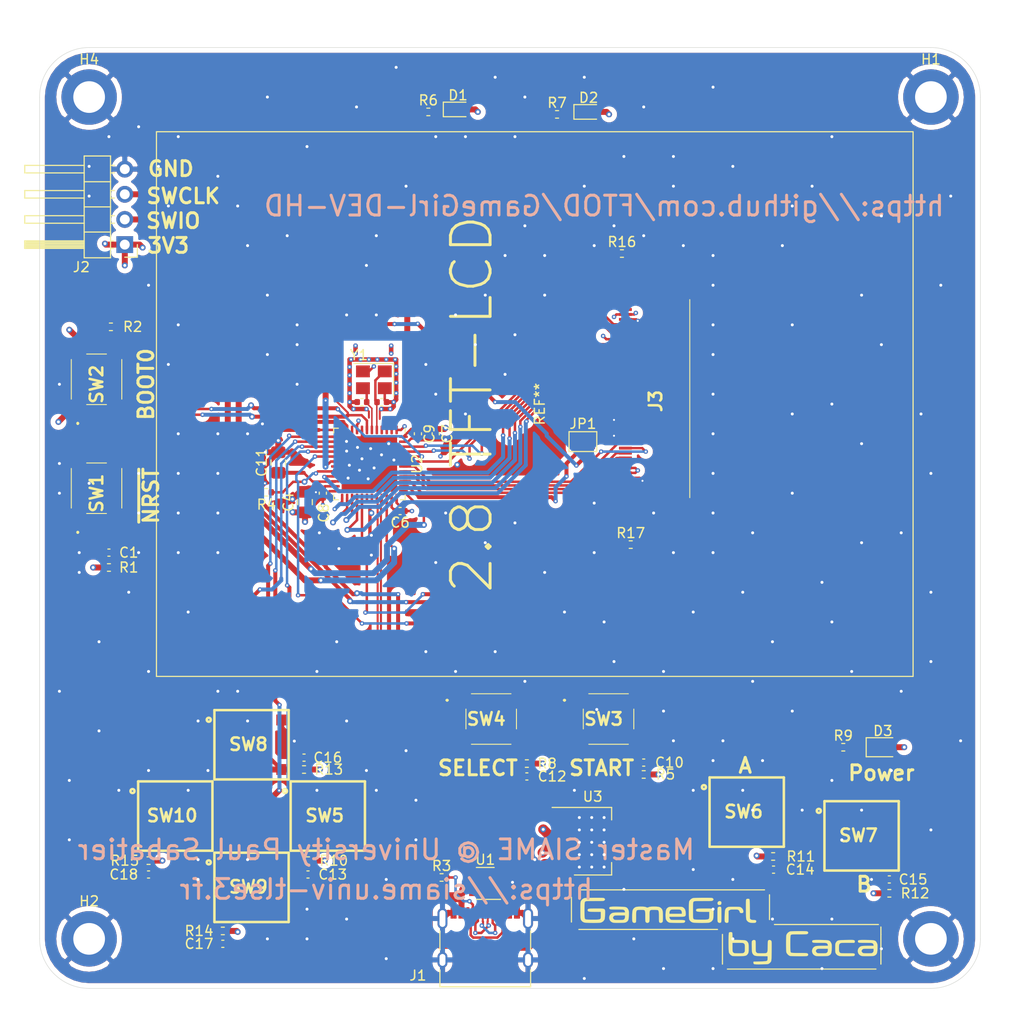
<source format=kicad_pcb>
(kicad_pcb (version 20171130) (host pcbnew "(5.1.12)-1")
  (layers (0 F.Cu signal) (1 In1.Cu power hide) (2 In2.Cu power hide) (31 B.Cu signal) (34 B.Paste user) (35 F.Paste user) (36 B.SilkS user) (37 F.SilkS user) (38 B.Mask user) (39 F.Mask user) (44 Edge.Cuts user))
  (net 0 "")
  (net 1 GND)
  (net 2 /~NRST)
  (net 3 /HSE_IN)
  (net 4 +3V3)
  (net 5 /HSE_OUT)
  (net 6 /START)
  (net 7 "Net-(C11-Pad1)")
  (net 8 /SELECT)
  (net 9 /RIGHT)
  (net 10 /A)
  (net 11 /B)
  (net 12 /UP)
  (net 13 /DOWN)
  (net 14 /LEFT)
  (net 15 "Net-(D1-Pad1)")
  (net 16 "Net-(D2-Pad1)")
  (net 17 "Net-(D3-Pad1)")
  (net 18 +5V)
  (net 19 "Net-(J1-PadA5)")
  (net 20 "Net-(J1-PadA8)")
  (net 21 "Net-(J1-PadB8)")
  (net 22 /SWCLK)
  (net 23 /SWDIO)
  (net 24 /LCD_Connector/XL)
  (net 25 /LCD_Connector/FMARK)
  (net 26 /LCD_Connector/~CSX)
  (net 27 /LCD_Connector/DCX)
  (net 28 /LCD_Connector/~WRX)
  (net 29 /LCD_Connector/~RDX)
  (net 30 "Net-(J3-Pad14)")
  (net 31 /DB0)
  (net 32 /DB1)
  (net 33 /DB2)
  (net 34 /DB3)
  (net 35 /DB4)
  (net 36 /DB5)
  (net 37 /DB6)
  (net 38 /DB7)
  (net 39 /LCD_Connector/K)
  (net 40 /BOOT0)
  (net 41 /BOOT1)
  (net 42 /PB0)
  (net 43 /PC13)
  (net 44 "Net-(U2-Pad31)")
  (net 45 "Net-(U2-Pad30)")
  (net 46 "Net-(U2-Pad19)")
  (net 47 "Net-(U2-Pad10)")
  (net 48 "Net-(U2-Pad4)")
  (net 49 "Net-(U2-Pad3)")
  (net 50 /USBD+)
  (net 51 /USBD-)
  (net 52 "Net-(U1-Pad4)")
  (net 53 "Net-(U1-Pad3)")
  (net 54 /~SCR_NRST)
  (module LED_SMD:LED_0603_1608Metric (layer F.Cu) (at 95.4375 46.5)
    (fp_text reference D2 (at 0 -1.43) (layer F.SilkS))
    (fp_text value LED)
    (pad 2 smd roundrect (at 0.7875 0) (size 0.875 0.95) (layers F.Cu F.Paste F.Mask) (net 4 +3V3))
    (pad 1 smd roundrect (at -0.7875 0) (size 0.875 0.95) (layers F.Cu F.Paste F.Mask) (net 16 "Net-(D2-Pad1)"))
  )
  (module LED_SMD:LED_0603_1608Metric (layer F.Cu) (at 82.25 46.25)
    (fp_text reference D1 (at 0 -1.43) (layer F.SilkS))
    (fp_text value LED)
    (pad 2 smd roundrect (at 0.7875 0) (size 0.875 0.95) (layers F.Cu F.Paste F.Mask) (net 4 +3V3))
    (pad 1 smd roundrect (at -0.7875 0) (size 0.875 0.95) (layers F.Cu F.Paste F.Mask) (net 15 "Net-(D1-Pad1)"))
  )
  (module caca:SIAME_LOGO (layer F.Cu) (at 60 126)
    (fp_text reference REF**)
    (fp_text value SIAME_LOGI)
    (fp_text user https://siame.univ-tlse3.fr (at 15 -1) (layer B.SilkS) (effects (font (size 2 2) (thickness 0.3)) (justify mirror)))
    (fp_text user "Master SIAME @ University Paul Sabatier" (at 15 -5) (layer B.SilkS) (effects (font (size 2 2) (thickness 0.3)) (justify mirror)))
  )
  (module caca:2.8TFT-LCD (layer F.Cu) (at 90 76 90)
    (fp_text reference REF** (at 0 0.5 90) (layer F.SilkS))
    (fp_text value 2.8TFT-LCD)
    (fp_text user "2.8 TFT-LCD" (at 0 -6.35 90) (layer F.SilkS) (effects (font (size 4 4) (thickness 0.3))))
  )
  (module "caca:LOGO(CACA)" (layer F.Cu) (at 109.7 129.05)
    (fp_text reference G*** hide)
    (fp_text value LOGO hide)
  )
  (module Package_TO_SOT_SMD:SOT-223 (layer F.Cu) (at 95.85 120.14)
    (fp_text reference U3 (at 0 -4.5) (layer F.SilkS))
    (fp_text value AMS1117-3.3)
    (pad 1 smd rect (at -3.15 -2.3) (size 2 1.5) (layers F.Cu F.Paste F.Mask) (net 1 GND))
    (pad 3 smd rect (at -3.15 2.3) (size 2 1.5) (layers F.Cu F.Paste F.Mask) (net 18 +5V))
    (pad 2 smd rect (at -3.15 0) (size 2 1.5) (layers F.Cu F.Paste F.Mask) (net 4 +3V3))
    (pad 4 smd rect (at 3.15 0) (size 2 3.8) (layers F.Cu F.Paste F.Mask))
  )
  (module Jumper:SolderJumper-2_P1.3mm_Open_TrianglePad1.0x1.5mm (layer F.Cu) (at 94.86 79.79)
    (fp_text reference JP1 (at 0 -1.8) (layer F.SilkS))
    (fp_text value SolderJumper)
    (pad 1 smd custom (at -0.725 0) (size 0.3 0.3) (layers F.Cu F.Mask) (net 54 /~SCR_NRST) (options (clearance outline) (anchor rect)) (primitives (gr_poly (pts (xy -0.5 -0.75) (xy 0.5 -0.75) (xy 1 0) (xy 0.5 0.75) (xy -0.5 0.75)) (width 0))))
    (pad 2 smd custom (at 0.725 0) (size 0.3 0.3) (layers F.Cu F.Mask) (net 2 /~NRST) (options (clearance outline) (anchor rect)) (primitives (gr_poly (pts (xy -0.65 -0.75) (xy 0.5 -0.75) (xy 0.5 0.75) (xy -0.65 0.75) (xy -0.15 0)) (width 0))))
  )
  (module Package_TO_SOT_SMD:SOT-23-6 (layer F.Cu) (at 85 124.4 180)
    (fp_text reference U1 (at 0 2.4) (layer F.SilkS))
    (fp_text value SRV05)
    (pad 5 smd rect (at 1.1 0 180) (size 1.06 0.65) (layers F.Cu F.Paste F.Mask) (net 18 +5V))
    (pad 6 smd rect (at 1.1 -0.95 180) (size 1.06 0.65) (layers F.Cu F.Paste F.Mask) (net 51 /USBD-))
    (pad 4 smd rect (at 1.1 0.95 180) (size 1.06 0.65) (layers F.Cu F.Paste F.Mask) (net 52 "Net-(U1-Pad4)"))
    (pad 3 smd rect (at -1.1 0.95 180) (size 1.06 0.65) (layers F.Cu F.Paste F.Mask) (net 53 "Net-(U1-Pad3)"))
    (pad 2 smd rect (at -1.1 0 180) (size 1.06 0.65) (layers F.Cu F.Paste F.Mask) (net 1 GND))
    (pad 1 smd rect (at -1.1 -0.95 180) (size 1.06 0.65) (layers F.Cu F.Paste F.Mask) (net 50 /USBD+))
  )
  (module Capacitor_SMD:C_0402_1005Metric (layer F.Cu) (at 51 123.5)
    (fp_text reference C18 (at -2.5 0) (layer F.SilkS))
    (fp_text value 100nF)
    (pad 2 smd roundrect (at 0.48 0) (size 0.56 0.62) (layers F.Cu F.Paste F.Mask) (net 1 GND))
    (pad 1 smd roundrect (at -0.48 0) (size 0.56 0.62) (layers F.Cu F.Paste F.Mask) (net 14 /LEFT))
  )
  (module Capacitor_SMD:C_0402_1005Metric (layer F.Cu) (at 58.5 130.5)
    (fp_text reference C17 (at -2.4 0) (layer F.SilkS))
    (fp_text value 100nF)
    (pad 2 smd roundrect (at 0.48 0) (size 0.56 0.62) (layers F.Cu F.Paste F.Mask) (net 1 GND))
    (pad 1 smd roundrect (at -0.48 0) (size 0.56 0.62) (layers F.Cu F.Paste F.Mask) (net 13 /DOWN))
  )
  (module Capacitor_SMD:C_0402_1005Metric (layer F.Cu) (at 66.7 111.7)
    (fp_text reference C16 (at 2.4 0) (layer F.SilkS))
    (fp_text value 100nF)
    (pad 2 smd roundrect (at 0.48 0) (size 0.56 0.62) (layers F.Cu F.Paste F.Mask) (net 1 GND))
    (pad 1 smd roundrect (at -0.48 0) (size 0.56 0.62) (layers F.Cu F.Paste F.Mask) (net 12 /UP))
  )
  (module Capacitor_SMD:C_0402_1005Metric (layer F.Cu) (at 125.8 124 180)
    (fp_text reference C15 (at -2.4 0) (layer F.SilkS))
    (fp_text value 100nF)
    (pad 2 smd roundrect (at 0.48 0 180) (size 0.56 0.62) (layers F.Cu F.Paste F.Mask) (net 1 GND))
    (pad 1 smd roundrect (at -0.48 0 180) (size 0.56 0.62) (layers F.Cu F.Paste F.Mask) (net 11 /B))
  )
  (module Capacitor_SMD:C_0402_1005Metric (layer F.Cu) (at 114.11 123.01 180)
    (fp_text reference C14 (at -2.69 0.01) (layer F.SilkS))
    (fp_text value 100nF)
    (pad 2 smd roundrect (at 0.48 0 180) (size 0.56 0.62) (layers F.Cu F.Paste F.Mask) (net 1 GND))
    (pad 1 smd roundrect (at -0.48 0 180) (size 0.56 0.62) (layers F.Cu F.Paste F.Mask) (net 10 /A))
  )
  (module Capacitor_SMD:C_0402_1005Metric (layer F.Cu) (at 67.1 123.5)
    (fp_text reference C13 (at 2.5 0) (layer F.SilkS))
    (fp_text value 100nF)
    (pad 2 smd roundrect (at 0.48 0) (size 0.56 0.62) (layers F.Cu F.Paste F.Mask) (net 1 GND))
    (pad 1 smd roundrect (at -0.48 0) (size 0.56 0.62) (layers F.Cu F.Paste F.Mask) (net 9 /RIGHT))
  )
  (module Capacitor_SMD:C_0402_1005Metric (layer F.Cu) (at 89.2 113.6)
    (fp_text reference C12 (at 2.55 0) (layer F.SilkS))
    (fp_text value 100nF)
    (pad 2 smd roundrect (at 0.48 0) (size 0.56 0.62) (layers F.Cu F.Paste F.Mask) (net 1 GND))
    (pad 1 smd roundrect (at -0.48 0) (size 0.56 0.62) (layers F.Cu F.Paste F.Mask) (net 8 /SELECT))
  )
  (module Crystal:Crystal_SMD_3225-4Pin_3.2x2.5mm (layer F.Cu) (at 73.75 73.55 180)
    (fp_text reference Y1 (at 1.5 2.5) (layer F.SilkS))
    (fp_text value Crystal_GND24_Small)
    (pad 4 smd rect (at -1.1 -0.85 180) (size 1.4 1.2) (layers F.Cu F.Paste F.Mask) (net 1 GND))
    (pad 3 smd rect (at 1.1 -0.85 180) (size 1.4 1.2) (layers F.Cu F.Paste F.Mask) (net 5 /HSE_OUT))
    (pad 2 smd rect (at 1.1 0.85 180) (size 1.4 1.2) (layers F.Cu F.Paste F.Mask) (net 1 GND))
    (pad 1 smd rect (at -1.1 0.85 180) (size 1.4 1.2) (layers F.Cu F.Paste F.Mask) (net 3 /HSE_IN))
  )
  (module Package_DFN_QFN:QFN-48-1EP_7x7mm_P0.5mm_EP5.6x5.6mm (layer F.Cu) (at 73.3 82.05 270)
    (fp_text reference U2 (at 0 -4.82 90) (layer F.SilkS))
    (fp_text value STM32F411CEUx)
    (pad 49 smd rect (at 0 0 270) (size 5.6 5.6) (layers F.Cu F.Mask) (net 1 GND))
    (pad 48 smd roundrect (at -2.75 -3.4375 270) (size 0.25 0.875) (layers F.Cu F.Paste F.Mask) (net 4 +3V3))
    (pad 47 smd roundrect (at -2.25 -3.4375 270) (size 0.25 0.875) (layers F.Cu F.Paste F.Mask) (net 1 GND))
    (pad 46 smd roundrect (at -1.75 -3.4375 270) (size 0.25 0.875) (layers F.Cu F.Paste F.Mask) (net 36 /DB5))
    (pad 45 smd roundrect (at -1.25 -3.4375 270) (size 0.25 0.875) (layers F.Cu F.Paste F.Mask) (net 37 /DB6))
    (pad 44 smd roundrect (at -0.75 -3.4375 270) (size 0.25 0.875) (layers F.Cu F.Paste F.Mask) (net 40 /BOOT0))
    (pad 43 smd roundrect (at -0.25 -3.4375 270) (size 0.25 0.875) (layers F.Cu F.Paste F.Mask) (net 38 /DB7))
    (pad 42 smd roundrect (at 0.25 -3.4375 270) (size 0.25 0.875) (layers F.Cu F.Paste F.Mask) (net 28 /LCD_Connector/~WRX))
    (pad 41 smd roundrect (at 0.75 -3.4375 270) (size 0.25 0.875) (layers F.Cu F.Paste F.Mask) (net 29 /LCD_Connector/~RDX))
    (pad 40 smd roundrect (at 1.25 -3.4375 270) (size 0.25 0.875) (layers F.Cu F.Paste F.Mask) (net 27 /LCD_Connector/DCX))
    (pad 39 smd roundrect (at 1.75 -3.4375 270) (size 0.25 0.875) (layers F.Cu F.Paste F.Mask) (net 26 /LCD_Connector/~CSX))
    (pad 38 smd roundrect (at 2.25 -3.4375 270) (size 0.25 0.875) (layers F.Cu F.Paste F.Mask) (net 54 /~SCR_NRST))
    (pad 37 smd roundrect (at 2.75 -3.4375 270) (size 0.25 0.875) (layers F.Cu F.Paste F.Mask) (net 22 /SWCLK))
    (pad 36 smd roundrect (at 3.4375 -2.75 270) (size 0.875 0.25) (layers F.Cu F.Paste F.Mask) (net 4 +3V3))
    (pad 35 smd roundrect (at 3.4375 -2.25 270) (size 0.875 0.25) (layers F.Cu F.Paste F.Mask) (net 1 GND))
    (pad 34 smd roundrect (at 3.4375 -1.75 270) (size 0.875 0.25) (layers F.Cu F.Paste F.Mask) (net 23 /SWDIO))
    (pad 33 smd roundrect (at 3.4375 -1.25 270) (size 0.875 0.25) (layers F.Cu F.Paste F.Mask) (net 50 /USBD+))
    (pad 32 smd roundrect (at 3.4375 -0.75 270) (size 0.875 0.25) (layers F.Cu F.Paste F.Mask) (net 51 /USBD-))
    (pad 31 smd roundrect (at 3.4375 -0.25 270) (size 0.875 0.25) (layers F.Cu F.Paste F.Mask) (net 44 "Net-(U2-Pad31)"))
    (pad 30 smd roundrect (at 3.4375 0.25 270) (size 0.875 0.25) (layers F.Cu F.Paste F.Mask) (net 45 "Net-(U2-Pad30)"))
    (pad 29 smd roundrect (at 3.4375 0.75 270) (size 0.875 0.25) (layers F.Cu F.Paste F.Mask) (net 11 /B))
    (pad 28 smd roundrect (at 3.4375 1.25 270) (size 0.875 0.25) (layers F.Cu F.Paste F.Mask) (net 31 /DB0))
    (pad 27 smd roundrect (at 3.4375 1.75 270) (size 0.875 0.25) (layers F.Cu F.Paste F.Mask) (net 32 /DB1))
    (pad 26 smd roundrect (at 3.4375 2.25 270) (size 0.875 0.25) (layers F.Cu F.Paste F.Mask) (net 33 /DB2))
    (pad 25 smd roundrect (at 3.4375 2.75 270) (size 0.875 0.25) (layers F.Cu F.Paste F.Mask) (net 34 /DB3))
    (pad 24 smd roundrect (at 2.75 3.4375 270) (size 0.25 0.875) (layers F.Cu F.Paste F.Mask) (net 4 +3V3))
    (pad 23 smd roundrect (at 2.25 3.4375 270) (size 0.25 0.875) (layers F.Cu F.Paste F.Mask) (net 1 GND))
    (pad 22 smd roundrect (at 1.75 3.4375 270) (size 0.25 0.875) (layers F.Cu F.Paste F.Mask) (net 7 "Net-(C11-Pad1)"))
    (pad 21 smd roundrect (at 1.25 3.4375 270) (size 0.25 0.875) (layers F.Cu F.Paste F.Mask) (net 35 /DB4))
    (pad 20 smd roundrect (at 0.75 3.4375 270) (size 0.25 0.875) (layers F.Cu F.Paste F.Mask) (net 41 /BOOT1))
    (pad 19 smd roundrect (at 0.25 3.4375 270) (size 0.25 0.875) (layers F.Cu F.Paste F.Mask) (net 46 "Net-(U2-Pad19)"))
    (pad 18 smd roundrect (at -0.25 3.4375 270) (size 0.25 0.875) (layers F.Cu F.Paste F.Mask) (net 42 /PB0))
    (pad 17 smd roundrect (at -0.75 3.4375 270) (size 0.25 0.875) (layers F.Cu F.Paste F.Mask) (net 10 /A))
    (pad 16 smd roundrect (at -1.25 3.4375 270) (size 0.25 0.875) (layers F.Cu F.Paste F.Mask) (net 9 /RIGHT))
    (pad 15 smd roundrect (at -1.75 3.4375 270) (size 0.25 0.875) (layers F.Cu F.Paste F.Mask) (net 14 /LEFT))
    (pad 14 smd roundrect (at -2.25 3.4375 270) (size 0.25 0.875) (layers F.Cu F.Paste F.Mask) (net 13 /DOWN))
    (pad 13 smd roundrect (at -2.75 3.4375 270) (size 0.25 0.875) (layers F.Cu F.Paste F.Mask) (net 12 /UP))
    (pad 12 smd roundrect (at -3.4375 2.75 270) (size 0.875 0.25) (layers F.Cu F.Paste F.Mask) (net 8 /SELECT))
    (pad 11 smd roundrect (at -3.4375 2.25 270) (size 0.875 0.25) (layers F.Cu F.Paste F.Mask) (net 6 /START))
    (pad 10 smd roundrect (at -3.4375 1.75 270) (size 0.875 0.25) (layers F.Cu F.Paste F.Mask) (net 47 "Net-(U2-Pad10)"))
    (pad 9 smd roundrect (at -3.4375 1.25 270) (size 0.875 0.25) (layers F.Cu F.Paste F.Mask) (net 4 +3V3))
    (pad 8 smd roundrect (at -3.4375 0.75 270) (size 0.875 0.25) (layers F.Cu F.Paste F.Mask) (net 1 GND))
    (pad 7 smd roundrect (at -3.4375 0.25 270) (size 0.875 0.25) (layers F.Cu F.Paste F.Mask) (net 2 /~NRST))
    (pad 6 smd roundrect (at -3.4375 -0.25 270) (size 0.875 0.25) (layers F.Cu F.Paste F.Mask) (net 5 /HSE_OUT))
    (pad 5 smd roundrect (at -3.4375 -0.75 270) (size 0.875 0.25) (layers F.Cu F.Paste F.Mask) (net 3 /HSE_IN))
    (pad 4 smd roundrect (at -3.4375 -1.25 270) (size 0.875 0.25) (layers F.Cu F.Paste F.Mask) (net 48 "Net-(U2-Pad4)"))
    (pad 3 smd roundrect (at -3.4375 -1.75 270) (size 0.875 0.25) (layers F.Cu F.Paste F.Mask) (net 49 "Net-(U2-Pad3)"))
    (pad 2 smd roundrect (at -3.4375 -2.25 270) (size 0.875 0.25) (layers F.Cu F.Paste F.Mask) (net 43 /PC13))
    (pad 1 smd roundrect (at -3.4375 -2.75 270) (size 0.875 0.25) (layers F.Cu F.Paste F.Mask) (net 4 +3V3))
  )
  (module caca:SKRR (layer F.Cu) (at 53.7 117.6)
    (fp_text reference SW10 (at -0.315 -0.046) (layer F.SilkS) (effects (font (size 1.27 1.27) (thickness 0.254))))
    (fp_text value SKRRAAE hide)
    (pad 1 smd rect (at -3 -2.5) (size 1 1.1) (layers F.Cu F.Paste F.Mask) (net 1 GND))
    (pad 2 smd rect (at -3 2.5) (size 1 1.1) (layers F.Cu F.Paste F.Mask) (net 14 /LEFT))
    (pad 3 smd rect (at 3 -2.5) (size 1 1.1) (layers F.Cu F.Paste F.Mask) (net 1 GND))
    (pad 4 smd rect (at 3 2.5) (size 1 1.1) (layers F.Cu F.Paste F.Mask) (net 14 /LEFT))
  )
  (module caca:SKRR (layer F.Cu) (at 61.4 124.8)
    (fp_text reference SW9 (at -0.315 -0.046) (layer F.SilkS) (effects (font (size 1.27 1.27) (thickness 0.254))))
    (fp_text value SKRRAAE hide)
    (pad 1 smd rect (at -3 -2.5) (size 1 1.1) (layers F.Cu F.Paste F.Mask) (net 1 GND))
    (pad 2 smd rect (at -3 2.5) (size 1 1.1) (layers F.Cu F.Paste F.Mask) (net 13 /DOWN))
    (pad 3 smd rect (at 3 -2.5) (size 1 1.1) (layers F.Cu F.Paste F.Mask) (net 1 GND))
    (pad 4 smd rect (at 3 2.5) (size 1 1.1) (layers F.Cu F.Paste F.Mask) (net 13 /DOWN))
  )
  (module caca:SKRR (layer F.Cu) (at 61.4 110.4)
    (fp_text reference SW8 (at -0.315 -0.046) (layer F.SilkS) (effects (font (size 1.27 1.27) (thickness 0.254))))
    (fp_text value SKRRAAE hide)
    (pad 1 smd rect (at -3 -2.5) (size 1 1.1) (layers F.Cu F.Paste F.Mask) (net 1 GND))
    (pad 2 smd rect (at -3 2.5) (size 1 1.1) (layers F.Cu F.Paste F.Mask) (net 12 /UP))
    (pad 3 smd rect (at 3 -2.5) (size 1 1.1) (layers F.Cu F.Paste F.Mask) (net 1 GND))
    (pad 4 smd rect (at 3 2.5) (size 1 1.1) (layers F.Cu F.Paste F.Mask) (net 12 /UP))
  )
  (module caca:SKRR (layer F.Cu) (at 123 119.6)
    (fp_text reference SW7 (at -0.315 -0.046) (layer F.SilkS) (effects (font (size 1.27 1.27) (thickness 0.254))))
    (fp_text value SKRRAAE hide)
    (pad 1 smd rect (at -3 -2.5) (size 1 1.1) (layers F.Cu F.Paste F.Mask) (net 1 GND))
    (pad 2 smd rect (at -3 2.5) (size 1 1.1) (layers F.Cu F.Paste F.Mask) (net 11 /B))
    (pad 3 smd rect (at 3 -2.5) (size 1 1.1) (layers F.Cu F.Paste F.Mask) (net 1 GND))
    (pad 4 smd rect (at 3 2.5) (size 1 1.1) (layers F.Cu F.Paste F.Mask) (net 11 /B))
  )
  (module caca:SKRR (layer F.Cu) (at 111.4 117.2)
    (fp_text reference SW6 (at -0.315 -0.046) (layer F.SilkS) (effects (font (size 1.27 1.27) (thickness 0.254))))
    (fp_text value SKRRAAE hide)
    (pad 1 smd rect (at -3 -2.5) (size 1 1.1) (layers F.Cu F.Paste F.Mask) (net 1 GND))
    (pad 2 smd rect (at -3 2.5) (size 1 1.1) (layers F.Cu F.Paste F.Mask) (net 10 /A))
    (pad 3 smd rect (at 3 -2.5) (size 1 1.1) (layers F.Cu F.Paste F.Mask) (net 1 GND))
    (pad 4 smd rect (at 3 2.5) (size 1 1.1) (layers F.Cu F.Paste F.Mask) (net 10 /A))
  )
  (module caca:SKRR (layer F.Cu) (at 69.1 117.6)
    (fp_text reference SW5 (at -0.315 -0.046) (layer F.SilkS) (effects (font (size 1.27 1.27) (thickness 0.254))))
    (fp_text value SKRRAAE hide)
    (pad 1 smd rect (at -3 -2.5) (size 1 1.1) (layers F.Cu F.Paste F.Mask) (net 1 GND))
    (pad 2 smd rect (at -3 2.5) (size 1 1.1) (layers F.Cu F.Paste F.Mask) (net 9 /RIGHT))
    (pad 3 smd rect (at 3 -2.5) (size 1 1.1) (layers F.Cu F.Paste F.Mask) (net 1 GND))
    (pad 4 smd rect (at 3 2.5) (size 1 1.1) (layers F.Cu F.Paste F.Mask) (net 9 /RIGHT))
  )
  (module caca:TS1187ABAB (layer F.Cu) (at 85.6 107.8)
    (fp_text reference SW4 (at -0.5 0) (layer F.SilkS) (effects (font (size 1.27 1.27) (thickness 0.254))))
    (fp_text value TS-1187 hide)
    (pad 1 smd rect (at -3 -1.875 90) (size 0.75 1) (layers F.Cu F.Paste F.Mask) (net 1 GND))
    (pad 2 smd rect (at 3 -1.875 90) (size 0.75 1) (layers F.Cu F.Paste F.Mask) (net 1 GND))
    (pad 3 smd rect (at -3 1.875 90) (size 0.75 1) (layers F.Cu F.Paste F.Mask) (net 8 /SELECT))
    (pad 4 smd rect (at 3 1.875 90) (size 0.75 1) (layers F.Cu F.Paste F.Mask) (net 8 /SELECT))
  )
  (module caca:TS1187ABAB (layer F.Cu) (at 97.45 107.8)
    (fp_text reference SW3 (at -0.5 0) (layer F.SilkS) (effects (font (size 1.27 1.27) (thickness 0.254))))
    (fp_text value TS-1187 hide)
    (pad 1 smd rect (at -3 -1.875 90) (size 0.75 1) (layers F.Cu F.Paste F.Mask) (net 1 GND))
    (pad 2 smd rect (at 3 -1.875 90) (size 0.75 1) (layers F.Cu F.Paste F.Mask) (net 1 GND))
    (pad 3 smd rect (at -3 1.875 90) (size 0.75 1) (layers F.Cu F.Paste F.Mask) (net 6 /START))
    (pad 4 smd rect (at 3 1.875 90) (size 0.75 1) (layers F.Cu F.Paste F.Mask) (net 6 /START))
  )
  (module caca:TS1187ABAB (layer F.Cu) (at 45.75 73.5 90)
    (fp_text reference SW2 (at -0.5 0 90) (layer F.SilkS) (effects (font (size 1.27 1.27) (thickness 0.254))))
    (fp_text value TS-1187 hide)
    (pad 4 smd rect (at 3 1.875 180) (size 0.75 1) (layers F.Cu F.Paste F.Mask) (net 40 /BOOT0))
    (pad 3 smd rect (at -3 1.875 180) (size 0.75 1) (layers F.Cu F.Paste F.Mask) (net 40 /BOOT0))
    (pad 2 smd rect (at 3 -1.875 180) (size 0.75 1) (layers F.Cu F.Paste F.Mask) (net 4 +3V3))
    (pad 1 smd rect (at -3 -1.875 180) (size 0.75 1) (layers F.Cu F.Paste F.Mask) (net 4 +3V3))
  )
  (module caca:TS1187ABAB (layer F.Cu) (at 45.75 84.5 90)
    (fp_text reference SW1 (at -0.5 0 90) (layer F.SilkS) (effects (font (size 1.27 1.27) (thickness 0.254))))
    (fp_text value TS-1187 hide)
    (pad 4 smd rect (at 3 1.875 180) (size 0.75 1) (layers F.Cu F.Paste F.Mask) (net 2 /~NRST))
    (pad 3 smd rect (at -3 1.875 180) (size 0.75 1) (layers F.Cu F.Paste F.Mask) (net 2 /~NRST))
    (pad 2 smd rect (at 3 -1.875 180) (size 0.75 1) (layers F.Cu F.Paste F.Mask) (net 1 GND))
    (pad 1 smd rect (at -3 -1.875 180) (size 0.75 1) (layers F.Cu F.Paste F.Mask) (net 1 GND))
  )
  (module Resistor_SMD:R_0402_1005Metric (layer F.Cu) (at 99.69 90.19)
    (fp_text reference R17 (at 0 -1.17) (layer F.SilkS))
    (fp_text value 10K)
    (pad 2 smd roundrect (at 0.51 0) (size 0.54 0.64) (layers F.Cu F.Paste F.Mask) (net 1 GND))
    (pad 1 smd roundrect (at -0.51 0) (size 0.54 0.64) (layers F.Cu F.Paste F.Mask) (net 24 /LCD_Connector/XL))
  )
  (module Resistor_SMD:R_0402_1005Metric (layer F.Cu) (at 98.8 60.8)
    (fp_text reference R16 (at 0 -1.17) (layer F.SilkS))
    (fp_text value 10R)
    (pad 2 smd roundrect (at 0.51 0) (size 0.54 0.64) (layers F.Cu F.Paste F.Mask) (net 1 GND))
    (pad 1 smd roundrect (at -0.51 0) (size 0.54 0.64) (layers F.Cu F.Paste F.Mask) (net 39 /LCD_Connector/K))
  )
  (module Resistor_SMD:R_0402_1005Metric (layer F.Cu) (at 51 122.1 180)
    (fp_text reference R15 (at 2.4 0) (layer F.SilkS))
    (fp_text value 100K)
    (pad 2 smd roundrect (at 0.51 0 180) (size 0.54 0.64) (layers F.Cu F.Paste F.Mask) (net 14 /LEFT))
    (pad 1 smd roundrect (at -0.51 0 180) (size 0.54 0.64) (layers F.Cu F.Paste F.Mask) (net 4 +3V3))
  )
  (module Resistor_SMD:R_0402_1005Metric (layer F.Cu) (at 58.5 129.2 180)
    (fp_text reference R14 (at 2.4 0) (layer F.SilkS))
    (fp_text value 100K)
    (pad 2 smd roundrect (at 0.51 0 180) (size 0.54 0.64) (layers F.Cu F.Paste F.Mask) (net 13 /DOWN))
    (pad 1 smd roundrect (at -0.51 0 180) (size 0.54 0.64) (layers F.Cu F.Paste F.Mask) (net 4 +3V3))
  )
  (module Resistor_SMD:R_0402_1005Metric (layer F.Cu) (at 66.7 112.9 180)
    (fp_text reference R13 (at -2.5 0) (layer F.SilkS))
    (fp_text value 100K)
    (pad 2 smd roundrect (at 0.51 0 180) (size 0.54 0.64) (layers F.Cu F.Paste F.Mask) (net 12 /UP))
    (pad 1 smd roundrect (at -0.51 0 180) (size 0.54 0.64) (layers F.Cu F.Paste F.Mask) (net 4 +3V3))
  )
  (module Resistor_SMD:R_0402_1005Metric (layer F.Cu) (at 125.8 125.4)
    (fp_text reference R12 (at 2.6 0) (layer F.SilkS))
    (fp_text value 100K)
    (pad 2 smd roundrect (at 0.51 0) (size 0.54 0.64) (layers F.Cu F.Paste F.Mask) (net 11 /B))
    (pad 1 smd roundrect (at -0.51 0) (size 0.54 0.64) (layers F.Cu F.Paste F.Mask) (net 4 +3V3))
  )
  (module Resistor_SMD:R_0402_1005Metric (layer F.Cu) (at 114.07 121.68)
    (fp_text reference R11 (at 2.8 0) (layer F.SilkS))
    (fp_text value 100K)
    (pad 2 smd roundrect (at 0.51 0) (size 0.54 0.64) (layers F.Cu F.Paste F.Mask) (net 10 /A))
    (pad 1 smd roundrect (at -0.51 0) (size 0.54 0.64) (layers F.Cu F.Paste F.Mask) (net 4 +3V3))
  )
  (module Resistor_SMD:R_0402_1005Metric (layer F.Cu) (at 67.1 122.1 180)
    (fp_text reference R10 (at -2.6 0) (layer F.SilkS))
    (fp_text value 100K)
    (pad 2 smd roundrect (at 0.51 0 180) (size 0.54 0.64) (layers F.Cu F.Paste F.Mask) (net 9 /RIGHT))
    (pad 1 smd roundrect (at -0.51 0 180) (size 0.54 0.64) (layers F.Cu F.Paste F.Mask) (net 4 +3V3))
  )
  (module Resistor_SMD:R_0402_1005Metric (layer F.Cu) (at 121.15 110.65)
    (fp_text reference R9 (at 0 -1.17) (layer F.SilkS))
    (fp_text value 200R)
    (pad 2 smd roundrect (at 0.51 0) (size 0.54 0.64) (layers F.Cu F.Paste F.Mask) (net 17 "Net-(D3-Pad1)"))
    (pad 1 smd roundrect (at -0.51 0) (size 0.54 0.64) (layers F.Cu F.Paste F.Mask) (net 1 GND))
  )
  (module Resistor_SMD:R_0402_1005Metric (layer F.Cu) (at 89.2 112.3 180)
    (fp_text reference R8 (at -2.05 0) (layer F.SilkS))
    (fp_text value 100K)
    (pad 2 smd roundrect (at 0.51 0 180) (size 0.54 0.64) (layers F.Cu F.Paste F.Mask) (net 8 /SELECT))
    (pad 1 smd roundrect (at -0.51 0 180) (size 0.54 0.64) (layers F.Cu F.Paste F.Mask) (net 4 +3V3))
  )
  (module Resistor_SMD:R_0402_1005Metric (layer F.Cu) (at 92.25 46.75)
    (fp_text reference R7 (at 0 -1.17) (layer F.SilkS))
    (fp_text value 200R)
    (pad 2 smd roundrect (at 0.51 0) (size 0.54 0.64) (layers F.Cu F.Paste F.Mask) (net 16 "Net-(D2-Pad1)"))
    (pad 1 smd roundrect (at -0.51 0) (size 0.54 0.64) (layers F.Cu F.Paste F.Mask) (net 43 /PC13))
  )
  (module Resistor_SMD:R_0402_1005Metric (layer F.Cu) (at 79.25 46.5)
    (fp_text reference R6 (at 0 -1.17) (layer F.SilkS))
    (fp_text value 200R)
    (pad 2 smd roundrect (at 0.51 0) (size 0.54 0.64) (layers F.Cu F.Paste F.Mask) (net 15 "Net-(D1-Pad1)"))
    (pad 1 smd roundrect (at -0.51 0) (size 0.54 0.64) (layers F.Cu F.Paste F.Mask) (net 42 /PB0))
  )
  (module Resistor_SMD:R_0402_1005Metric (layer F.Cu) (at 101 113.4 180)
    (fp_text reference R5 (at -2.2 0) (layer F.SilkS))
    (fp_text value 100K)
    (pad 2 smd roundrect (at 0.51 0 180) (size 0.54 0.64) (layers F.Cu F.Paste F.Mask) (net 6 /START))
    (pad 1 smd roundrect (at -0.51 0 180) (size 0.54 0.64) (layers F.Cu F.Paste F.Mask) (net 4 +3V3))
  )
  (module Resistor_SMD:R_0402_1005Metric (layer F.Cu) (at 62.89 84.91 180)
    (fp_text reference R4 (at -0.01 -1.24) (layer F.SilkS))
    (fp_text value 10K)
    (pad 2 smd roundrect (at 0.51 0 180) (size 0.54 0.64) (layers F.Cu F.Paste F.Mask) (net 1 GND))
    (pad 1 smd roundrect (at -0.51 0 180) (size 0.54 0.64) (layers F.Cu F.Paste F.Mask) (net 41 /BOOT1))
  )
  (module Resistor_SMD:R_0402_1005Metric (layer F.Cu) (at 80.59 123.8)
    (fp_text reference R3 (at 0 -1.17) (layer F.SilkS))
    (fp_text value 10K)
    (pad 2 smd roundrect (at 0.51 0) (size 0.54 0.64) (layers F.Cu F.Paste F.Mask) (net 19 "Net-(J1-PadA5)"))
    (pad 1 smd roundrect (at -0.51 0) (size 0.54 0.64) (layers F.Cu F.Paste F.Mask) (net 1 GND))
  )
  (module Resistor_SMD:R_0402_1005Metric (layer F.Cu) (at 47.2 68.2 180)
    (fp_text reference R2 (at -2.2 0) (layer F.SilkS))
    (fp_text value 10K)
    (pad 1 smd roundrect (at -0.51 0 180) (size 0.54 0.64) (layers F.Cu F.Paste F.Mask) (net 40 /BOOT0))
    (pad 2 smd roundrect (at 0.51 0 180) (size 0.54 0.64) (layers F.Cu F.Paste F.Mask) (net 1 GND))
  )
  (module Resistor_SMD:R_0402_1005Metric (layer F.Cu) (at 47 92.5)
    (fp_text reference R1 (at 2 0) (layer F.SilkS))
    (fp_text value 100K)
    (pad 1 smd roundrect (at -0.51 0) (size 0.54 0.64) (layers F.Cu F.Paste F.Mask) (net 4 +3V3))
    (pad 2 smd roundrect (at 0.51 0) (size 0.54 0.64) (layers F.Cu F.Paste F.Mask) (net 2 /~NRST))
  )
  (module caca:FH2840S05SH07 (layer F.Cu) (at 102.4 75.7 270)
    (fp_text reference J3 (at 0 0.2 90) (layer F.SilkS) (effects (font (size 1.27 1.27) (thickness 0.254))))
    (fp_text value "FH28-40S-0.5SH(07)" hide)
    (pad MP2 smd rect (at 11.9 -2.4 270) (size 1.8 2.2) (layers F.Cu F.Paste F.Mask) (net 1 GND))
    (pad MP1 smd rect (at -11.9 -2.4 270) (size 1.8 2.2) (layers F.Cu F.Paste F.Mask) (net 1 GND))
    (pad 1 smd rect (at 9.75 3.25 270) (size 0.3 1.3) (layers F.Cu F.Paste F.Mask) (net 24 /LCD_Connector/XL))
    (pad 2 smd rect (at 9.25 3.25 270) (size 0.3 1.3) (layers F.Cu F.Paste F.Mask) (net 24 /LCD_Connector/XL))
    (pad 3 smd rect (at 8.75 3.25 270) (size 0.3 1.3) (layers F.Cu F.Paste F.Mask) (net 24 /LCD_Connector/XL))
    (pad 4 smd rect (at 8.25 3.25 270) (size 0.3 1.3) (layers F.Cu F.Paste F.Mask) (net 24 /LCD_Connector/XL))
    (pad 5 smd rect (at 7.75 3.25 270) (size 0.3 1.3) (layers F.Cu F.Paste F.Mask) (net 1 GND))
    (pad 6 smd rect (at 7.25 3.25 270) (size 0.3 1.3) (layers F.Cu F.Paste F.Mask) (net 4 +3V3))
    (pad 7 smd rect (at 6.75 3.25 270) (size 0.3 1.3) (layers F.Cu F.Paste F.Mask) (net 4 +3V3))
    (pad 8 smd rect (at 6.25 3.25 270) (size 0.3 1.3) (layers F.Cu F.Paste F.Mask) (net 25 /LCD_Connector/FMARK))
    (pad 9 smd rect (at 5.75 3.25 270) (size 0.3 1.3) (layers F.Cu F.Paste F.Mask) (net 26 /LCD_Connector/~CSX))
    (pad 10 smd rect (at 5.25 3.25 270) (size 0.3 1.3) (layers F.Cu F.Paste F.Mask) (net 27 /LCD_Connector/DCX))
    (pad 11 smd rect (at 4.75 3.25 270) (size 0.3 1.3) (layers F.Cu F.Paste F.Mask) (net 28 /LCD_Connector/~WRX))
    (pad 12 smd rect (at 4.25 3.25 270) (size 0.3 1.3) (layers F.Cu F.Paste F.Mask) (net 29 /LCD_Connector/~RDX))
    (pad 13 smd rect (at 3.75 3.25 270) (size 0.3 1.3) (layers F.Cu F.Paste F.Mask) (net 1 GND))
    (pad 14 smd rect (at 3.25 3.25 270) (size 0.3 1.3) (layers F.Cu F.Paste F.Mask) (net 30 "Net-(J3-Pad14)"))
    (pad 15 smd rect (at 2.75 3.25 270) (size 0.3 1.3) (layers F.Cu F.Paste F.Mask) (net 2 /~NRST))
    (pad 16 smd rect (at 2.25 3.25 270) (size 0.3 1.3) (layers F.Cu F.Paste F.Mask) (net 1 GND))
    (pad 17 smd rect (at 1.75 3.25 270) (size 0.3 1.3) (layers F.Cu F.Paste F.Mask) (net 1 GND))
    (pad 18 smd rect (at 1.25 3.25 270) (size 0.3 1.3) (layers F.Cu F.Paste F.Mask) (net 1 GND))
    (pad 19 smd rect (at 0.75 3.25 270) (size 0.3 1.3) (layers F.Cu F.Paste F.Mask) (net 1 GND))
    (pad 20 smd rect (at 0.25 3.25 270) (size 0.3 1.3) (layers F.Cu F.Paste F.Mask) (net 1 GND))
    (pad 21 smd rect (at -0.25 3.25 270) (size 0.3 1.3) (layers F.Cu F.Paste F.Mask) (net 1 GND))
    (pad 22 smd rect (at -0.75 3.25 270) (size 0.3 1.3) (layers F.Cu F.Paste F.Mask) (net 1 GND))
    (pad 23 smd rect (at -1.25 3.25 270) (size 0.3 1.3) (layers F.Cu F.Paste F.Mask) (net 1 GND))
    (pad 24 smd rect (at -1.75 3.25 270) (size 0.3 1.3) (layers F.Cu F.Paste F.Mask) (net 1 GND))
    (pad 25 smd rect (at -2.25 3.25 270) (size 0.3 1.3) (layers F.Cu F.Paste F.Mask) (net 31 /DB0))
    (pad 26 smd rect (at -2.75 3.25 270) (size 0.3 1.3) (layers F.Cu F.Paste F.Mask) (net 32 /DB1))
    (pad 27 smd rect (at -3.25 3.25 270) (size 0.3 1.3) (layers F.Cu F.Paste F.Mask) (net 33 /DB2))
    (pad 28 smd rect (at -3.75 3.25 270) (size 0.3 1.3) (layers F.Cu F.Paste F.Mask) (net 34 /DB3))
    (pad 29 smd rect (at -4.25 3.25 270) (size 0.3 1.3) (layers F.Cu F.Paste F.Mask) (net 35 /DB4))
    (pad 30 smd rect (at -4.75 3.25 270) (size 0.3 1.3) (layers F.Cu F.Paste F.Mask) (net 36 /DB5))
    (pad 31 smd rect (at -5.25 3.25 270) (size 0.3 1.3) (layers F.Cu F.Paste F.Mask) (net 37 /DB6))
    (pad 32 smd rect (at -5.75 3.25 270) (size 0.3 1.3) (layers F.Cu F.Paste F.Mask) (net 38 /DB7))
    (pad 33 smd rect (at -6.25 3.25 270) (size 0.3 1.3) (layers F.Cu F.Paste F.Mask) (net 4 +3V3))
    (pad 34 smd rect (at -6.75 3.25 270) (size 0.3 1.3) (layers F.Cu F.Paste F.Mask) (net 39 /LCD_Connector/K))
    (pad 35 smd rect (at -7.25 3.25 270) (size 0.3 1.3) (layers F.Cu F.Paste F.Mask) (net 39 /LCD_Connector/K))
    (pad 36 smd rect (at -7.75 3.25 270) (size 0.3 1.3) (layers F.Cu F.Paste F.Mask) (net 39 /LCD_Connector/K))
    (pad 37 smd rect (at -8.25 3.25 270) (size 0.3 1.3) (layers F.Cu F.Paste F.Mask) (net 1 GND))
    (pad 38 smd rect (at -8.75 3.25 270) (size 0.3 1.3) (layers F.Cu F.Paste F.Mask) (net 4 +3V3))
    (pad 39 smd rect (at -9.25 3.25 270) (size 0.3 1.3) (layers F.Cu F.Paste F.Mask) (net 1 GND))
    (pad 40 smd rect (at -9.75 3.25 270) (size 0.3 1.3) (layers F.Cu F.Paste F.Mask) (net 1 GND))
  )
  (module Connector_PinHeader_2.54mm:PinHeader_1x04_P2.54mm_Horizontal (layer F.Cu) (at 48.6 59.9 180)
    (fp_text reference J2 (at 4.385 -2.27) (layer F.SilkS))
    (fp_text value 2.54-connector)
    (pad 4 thru_hole oval (at 0 7.62 180) (size 1.7 1.7) (drill 1) (layers *.Cu *.Mask) (net 1 GND))
    (pad 3 thru_hole oval (at 0 5.08 180) (size 1.7 1.7) (drill 1) (layers *.Cu *.Mask) (net 22 /SWCLK))
    (pad 2 thru_hole oval (at 0 2.54 180) (size 1.7 1.7) (drill 1) (layers *.Cu *.Mask) (net 23 /SWDIO))
    (pad 1 thru_hole rect (at 0 0 180) (size 1.7 1.7) (drill 1) (layers *.Cu *.Mask) (net 4 +3V3))
  )
  (module caca:USB_C_Receptacle_XKB_U262-16XN-4BVC11 (layer F.Cu) (at 85 131.05)
    (fp_text reference J1 (at -6.8 2.65) (layer F.SilkS))
    (fp_text value USB_C_Receptacle_USB2.0)
    (pad S1 thru_hole oval (at -4.32 -3.105) (size 1 2.1) (drill oval 0.6 1.7) (layers *.Cu *.Mask) (net 1 GND))
    (pad S1 thru_hole oval (at 4.32 -3.105) (size 1 2.1) (drill oval 0.6 1.7) (layers *.Cu *.Mask) (net 1 GND))
    (pad S1 thru_hole oval (at -4.32 1.075) (size 1 1.6) (drill oval 0.6 1.2) (layers *.Cu *.Mask) (net 1 GND))
    (pad S1 thru_hole oval (at 4.32 1.075) (size 1 1.6) (drill oval 0.6 1.2) (layers *.Cu *.Mask) (net 1 GND))
    (pad "" np_thru_hole circle (at 2.89 -2.605) (size 0.65 0.65) (drill 0.65) (layers *.Cu *.Mask))
    (pad "" np_thru_hole circle (at -2.89 -2.605) (size 0.65 0.65) (drill 0.65) (layers *.Cu *.Mask))
    (pad B1 smd rect (at 3.05 -3.67) (size 0.3 1.15) (layers F.Cu F.Paste F.Mask) (net 1 GND))
    (pad B4 smd rect (at 2.25 -3.67) (size 0.3 1.15) (layers F.Cu F.Paste F.Mask) (net 18 +5V))
    (pad B5 smd rect (at 1.75 -3.67) (size 0.3 1.15) (layers F.Cu F.Paste F.Mask) (net 19 "Net-(J1-PadA5)"))
    (pad A8 smd rect (at 1.25 -3.67) (size 0.3 1.15) (layers F.Cu F.Paste F.Mask) (net 20 "Net-(J1-PadA8)"))
    (pad B6 smd rect (at 0.75 -3.67) (size 0.3 1.15) (layers F.Cu F.Paste F.Mask) (net 50 /USBD+))
    (pad A7 smd rect (at 0.25 -3.67) (size 0.3 1.15) (layers F.Cu F.Paste F.Mask) (net 51 /USBD-))
    (pad A6 smd rect (at -0.25 -3.67) (size 0.3 1.15) (layers F.Cu F.Paste F.Mask) (net 50 /USBD+))
    (pad B7 smd rect (at -0.75 -3.67) (size 0.3 1.15) (layers F.Cu F.Paste F.Mask) (net 51 /USBD-))
    (pad A5 smd rect (at -1.25 -3.67) (size 0.3 1.15) (layers F.Cu F.Paste F.Mask) (net 19 "Net-(J1-PadA5)"))
    (pad B8 smd rect (at -1.75 -3.67) (size 0.3 1.15) (layers F.Cu F.Paste F.Mask) (net 21 "Net-(J1-PadB8)"))
    (pad A4 smd rect (at -2.55 -3.67) (size 0.3 1.15) (layers F.Cu F.Paste F.Mask) (net 18 +5V))
    (pad A1 smd rect (at -3.35 -3.67) (size 0.3 1.15) (layers F.Cu F.Paste F.Mask) (net 1 GND))
    (pad B12 smd rect (at -3.05 -3.67) (size 0.3 1.15) (layers F.Cu F.Paste F.Mask) (net 1 GND))
    (pad B9 smd rect (at -2.25 -3.67) (size 0.3 1.15) (layers F.Cu F.Paste F.Mask) (net 18 +5V))
    (pad A9 smd rect (at 2.55 -3.67) (size 0.3 1.15) (layers F.Cu F.Paste F.Mask) (net 18 +5V))
    (pad A12 smd rect (at 3.35 -3.67) (size 0.3 1.15) (layers F.Cu F.Paste F.Mask) (net 1 GND))
  )
  (module MountingHole:MountingHole_3.2mm_M3_DIN965_Pad_TopBottom (layer F.Cu) (at 45 45)
    (fp_text reference H4 (at 0 -3.8) (layer F.SilkS))
    (fp_text value Hole)
    (pad 1 connect circle (at 0 0) (size 5.6 5.6) (layers B.Cu B.Mask) (net 1 GND))
    (pad 1 connect circle (at 0 0) (size 5.6 5.6) (layers F.Cu F.Mask) (net 1 GND))
    (pad 1 thru_hole circle (at 0 0) (size 3.6 3.6) (drill 3.2) (layers *.Cu *.Mask) (net 1 GND))
  )
  (module MountingHole:MountingHole_3.2mm_M3_DIN965_Pad_TopBottom (layer F.Cu) (at 130 130)
    (fp_text reference H3)
    (fp_text value Hole)
    (pad 1 connect circle (at 0 0) (size 5.6 5.6) (layers B.Cu B.Mask) (net 1 GND))
    (pad 1 connect circle (at 0 0) (size 5.6 5.6) (layers F.Cu F.Mask) (net 1 GND))
    (pad 1 thru_hole circle (at 0 0) (size 3.6 3.6) (drill 3.2) (layers *.Cu *.Mask) (net 1 GND))
  )
  (module MountingHole:MountingHole_3.2mm_M3_DIN965_Pad_TopBottom (layer F.Cu) (at 45 130)
    (fp_text reference H2 (at 0 -3.8) (layer F.SilkS))
    (fp_text value Hole)
    (pad 1 connect circle (at 0 0) (size 5.6 5.6) (layers B.Cu B.Mask) (net 1 GND))
    (pad 1 connect circle (at 0 0) (size 5.6 5.6) (layers F.Cu F.Mask) (net 1 GND))
    (pad 1 thru_hole circle (at 0 0) (size 3.6 3.6) (drill 3.2) (layers *.Cu *.Mask) (net 1 GND))
  )
  (module MountingHole:MountingHole_3.2mm_M3_DIN965_Pad_TopBottom (layer F.Cu) (at 130 45)
    (fp_text reference H1 (at 0 -3.8) (layer F.SilkS))
    (fp_text value Hole)
    (pad 1 connect circle (at 0 0) (size 5.6 5.6) (layers B.Cu B.Mask) (net 1 GND))
    (pad 1 connect circle (at 0 0) (size 5.6 5.6) (layers F.Cu F.Mask) (net 1 GND))
    (pad 1 thru_hole circle (at 0 0) (size 3.6 3.6) (drill 3.2) (layers *.Cu *.Mask) (net 1 GND))
  )
  (module LED_SMD:LED_0805_2012Metric (layer F.Cu) (at 125.15 110.65)
    (fp_text reference D3 (at 0 -1.65) (layer F.SilkS))
    (fp_text value LED)
    (pad 2 smd roundrect (at 0.9375 0) (size 0.975 1.4) (layers F.Cu F.Paste F.Mask) (net 4 +3V3))
    (pad 1 smd roundrect (at -0.9375 0) (size 0.975 1.4) (layers F.Cu F.Paste F.Mask) (net 17 "Net-(D3-Pad1)"))
  )
  (module Capacitor_SMD:C_0805_2012Metric_Pad1.18x1.45mm_HandSolder (layer F.Cu) (at 64.1 81.9 90)
    (fp_text reference C11 (at 0 -1.68 90) (layer F.SilkS))
    (fp_text value 4.7uF)
    (pad 2 smd roundrect (at 1.0375 0 90) (size 1.175 1.45) (layers F.Cu F.Paste F.Mask) (roundrect_rratio 0.2127659574468085) (net 1 GND))
    (pad 1 smd roundrect (at -1.0375 0 90) (size 1.175 1.45) (layers F.Cu F.Paste F.Mask) (roundrect_rratio 0.2127659574468085) (net 7 "Net-(C11-Pad1)"))
  )
  (module Capacitor_SMD:C_0402_1005Metric (layer F.Cu) (at 101 112.2)
    (fp_text reference C10 (at 2.6 0) (layer F.SilkS))
    (fp_text value 100nF)
    (pad 2 smd roundrect (at 0.48 0) (size 0.56 0.62) (layers F.Cu F.Paste F.Mask) (net 1 GND))
    (pad 1 smd roundrect (at -0.48 0) (size 0.56 0.62) (layers F.Cu F.Paste F.Mask) (net 6 /START))
  )
  (module Capacitor_SMD:C_0402_1005Metric (layer F.Cu) (at 78.2 79 270)
    (fp_text reference C9 (at 0 -1.16 90) (layer F.SilkS))
    (fp_text value 100nF)
    (pad 2 smd roundrect (at 0.48 0 270) (size 0.56 0.62) (layers F.Cu F.Paste F.Mask) (net 1 GND))
    (pad 1 smd roundrect (at -0.48 0 270) (size 0.56 0.62) (layers F.Cu F.Paste F.Mask) (net 4 +3V3))
  )
  (module Capacitor_SMD:C_0402_1005Metric (layer F.Cu) (at 68.6 85 90)
    (fp_text reference C8 (at -2 0.1 90) (layer F.SilkS))
    (fp_text value 100nF)
    (pad 2 smd roundrect (at 0.48 0 90) (size 0.56 0.62) (layers F.Cu F.Paste F.Mask) (net 1 GND))
    (pad 1 smd roundrect (at -0.48 0 90) (size 0.56 0.62) (layers F.Cu F.Paste F.Mask) (net 4 +3V3))
  )
  (module Capacitor_SMD:C_0402_1005Metric (layer F.Cu) (at 80 79 270)
    (fp_text reference C7 (at 0 -1.16 90) (layer F.SilkS))
    (fp_text value 100nF)
    (pad 2 smd roundrect (at 0.48 0 270) (size 0.56 0.62) (layers F.Cu F.Paste F.Mask) (net 1 GND))
    (pad 1 smd roundrect (at -0.48 0 270) (size 0.56 0.62) (layers F.Cu F.Paste F.Mask) (net 4 +3V3))
  )
  (module Capacitor_SMD:C_0402_1005Metric (layer F.Cu) (at 76.4 86.8 180)
    (fp_text reference C6 (at 0 -1.16) (layer F.SilkS))
    (fp_text value 100nF)
    (pad 2 smd roundrect (at 0.48 0 180) (size 0.56 0.62) (layers F.Cu F.Paste F.Mask) (net 1 GND))
    (pad 1 smd roundrect (at -0.48 0 180) (size 0.56 0.62) (layers F.Cu F.Paste F.Mask) (net 4 +3V3))
  )
  (module Capacitor_SMD:C_0402_1005Metric (layer F.Cu) (at 72.55 75.8 180)
    (fp_text reference C5)
    (fp_text value 20pF)
    (pad 2 smd roundrect (at 0.48 0 180) (size 0.56 0.62) (layers F.Cu F.Paste F.Mask) (net 1 GND))
    (pad 1 smd roundrect (at -0.48 0 180) (size 0.56 0.62) (layers F.Cu F.Paste F.Mask) (net 5 /HSE_OUT))
  )
  (module Capacitor_SMD:C_0805_2012Metric_Pad1.18x1.45mm_HandSolder (layer F.Cu) (at 66.8 85.9 90)
    (fp_text reference C4 (at 0 -1.68 90) (layer F.SilkS))
    (fp_text value 10uF)
    (pad 2 smd roundrect (at 1.0375 0 90) (size 1.175 1.45) (layers F.Cu F.Paste F.Mask) (roundrect_rratio 0.2127659574468085) (net 1 GND))
    (pad 1 smd roundrect (at -1.0375 0 90) (size 1.175 1.45) (layers F.Cu F.Paste F.Mask) (roundrect_rratio 0.2127659574468085) (net 4 +3V3))
  )
  (module Capacitor_SMD:C_0402_1005Metric (layer F.Cu) (at 74.55 75.8)
    (fp_text reference C2)
    (fp_text value 20pF)
    (pad 2 smd roundrect (at 0.48 0) (size 0.56 0.62) (layers F.Cu F.Paste F.Mask) (net 1 GND))
    (pad 1 smd roundrect (at -0.48 0) (size 0.56 0.62) (layers F.Cu F.Paste F.Mask) (net 3 /HSE_IN))
  )
  (module Capacitor_SMD:C_0402_1005Metric (layer F.Cu) (at 47 91 180)
    (fp_text reference C1 (at -2 0) (layer F.SilkS))
    (fp_text value 100nF)
    (pad 1 smd roundrect (at -0.48 0 180) (size 0.56 0.62) (layers F.Cu F.Paste F.Mask) (net 2 /~NRST))
    (pad 2 smd roundrect (at 0.48 0 180) (size 0.56 0.62) (layers F.Cu F.Paste F.Mask) (net 1 GND))
  )
  (gr_text BOOT0 (at 50.75 74 90) (layer F.SilkS) (effects (font (size 1.5 1.5) (thickness 0.3))))
  (gr_text ~NRST (at 51.25 85.25 90) (layer F.SilkS) (effects (font (size 1.5 1.5) (thickness 0.3))))
  (gr_text START (at 96.75 112.75) (layer F.SilkS) (effects (font (size 1.5 1.5) (thickness 0.3))))
  (gr_text SELECT (at 84.25 112.75) (layer F.SilkS) (effects (font (size 1.5 1.5) (thickness 0.3))))
  (gr_text B (at 123.25 124.5) (layer F.SilkS) (effects (font (size 1.5 1.5) (thickness 0.3))))
  (gr_text A (at 111.25 112.5) (layer F.SilkS) (effects (font (size 1.5 1.5) (thickness 0.3))))
  (gr_text Power (at 125 113.25) (layer F.SilkS) (effects (font (size 1.5 1.5) (thickness 0.3))))
  (gr_text GND (at 53.25 52.25) (layer F.SilkS) (effects (font (size 1.5 1.5) (thickness 0.3))))
  (gr_text SWCLK (at 54.5 55) (layer F.SilkS) (effects (font (size 1.5 1.5) (thickness 0.3))))
  (gr_text SWIO (at 53.5 57.5) (layer F.SilkS) (effects (font (size 1.5 1.5) (thickness 0.3))))
  (gr_text 3V3 (at 53 60) (layer F.SilkS) (effects (font (size 1.5 1.5) (thickness 0.3))))
  (gr_text https://github.com/FTOD/GameGirl-DEV-HD (at 97 56) (layer B.SilkS) (effects (font (size 2 2) (thickness 0.3)) (justify mirror)))
  (gr_arc (start 45 45) (end 45 40) (angle -90) (layer Edge.Cuts) (width 0.05))
  (gr_arc (start 130 45) (end 135 45) (angle -90) (layer Edge.Cuts) (width 0.05))
  (gr_arc (start 130 130) (end 130 135) (angle -90) (layer Edge.Cuts) (width 0.05))
  (gr_arc (start 45 130) (end 40 130) (angle -90) (layer Edge.Cuts) (width 0.05))
  (gr_line (start 135 45) (end 135 130) (layer Edge.Cuts) (width 0.05))
  (gr_line (start 45 135) (end 130 135) (layer Edge.Cuts) (width 0.05))
  (gr_line (start 40 45) (end 40 130) (layer Edge.Cuts) (width 0.05))
  (gr_line (start 45 40) (end 130 40) (layer Edge.Cuts) (width 0.05))
  (via (at 80.475 81.275) (size 0.45) (drill 0.2) (layers F.Cu B.Cu) (net 1))
  (via (at 73.175 83.55) (size 0.6) (drill 0.3) (layers F.Cu B.Cu) (net 1))
  (via (at 75.775 81.65) (size 0.6) (drill 0.3) (layers F.Cu B.Cu) (net 1))
  (via (at 72.3 82.675) (size 0.6) (drill 0.3) (layers F.Cu B.Cu) (net 1))
  (via (at 71.15 83.475) (size 0.6) (drill 0.3) (layers F.Cu B.Cu) (net 1))
  (via (at 73.775 82.45) (size 0.6) (drill 0.3) (layers F.Cu B.Cu) (net 1))
  (via (at 72.55 81.525) (size 0.6) (drill 0.3) (layers F.Cu B.Cu) (net 1))
  (via (at 71.275 82.175) (size 0.6) (drill 0.3) (layers F.Cu B.Cu) (net 1))
  (via (at 75.25 80) (size 0.6) (drill 0.3) (layers F.Cu B.Cu) (net 1))
  (via (at 73.425 80.5) (size 0.6) (drill 0.3) (layers F.Cu B.Cu) (net 1))
  (via (at 74.525 81.125) (size 0.6) (drill 0.3) (layers F.Cu B.Cu) (net 1))
  (via (at 72.1 80.375) (size 0.6) (drill 0.3) (layers F.Cu B.Cu) (net 1))
  (via (at 71 80.75) (size 0.6) (drill 0.3) (layers F.Cu B.Cu) (net 1))
  (via (at 97 117.75) (size 0.6) (drill 0.3) (layers F.Cu B.Cu) (net 1))
  (via (at 95.75 117.75) (size 0.6) (drill 0.3) (layers F.Cu B.Cu) (net 1))
  (via (at 95.75 122.75) (size 0.6) (drill 0.3) (layers F.Cu B.Cu) (net 1))
  (via (at 97 122.75) (size 0.6) (drill 0.3) (layers F.Cu B.Cu) (net 1))
  (via (at 94.5 122.75) (size 0.6) (drill 0.3) (layers F.Cu B.Cu) (net 1))
  (via (at 95.75 120.25) (size 0.6) (drill 0.3) (layers F.Cu B.Cu) (net 1))
  (via (at 97 120.25) (size 0.6) (drill 0.3) (layers F.Cu B.Cu) (net 1))
  (via (at 94.5 120.25) (size 0.6) (drill 0.3) (layers F.Cu B.Cu) (net 1))
  (via (at 95.75 121.5) (size 0.6) (drill 0.3) (layers F.Cu B.Cu) (net 1))
  (via (at 97 121.5) (size 0.6) (drill 0.3) (layers F.Cu B.Cu) (net 1))
  (via (at 94.5 121.5) (size 0.6) (drill 0.3) (layers F.Cu B.Cu) (net 1))
  (via (at 95.75 119) (size 0.6) (drill 0.3) (layers F.Cu B.Cu) (net 1))
  (via (at 97 119) (size 0.6) (drill 0.3) (layers F.Cu B.Cu) (net 1))
  (via (at 94.5 119) (size 0.6) (drill 0.3) (layers F.Cu B.Cu) (net 1))
  (via (at 94.5 117.75) (size 0.6) (drill 0.3) (layers F.Cu B.Cu) (net 1))
  (via (at 70.99 79.77) (size 0.6) (drill 0.3) (layers F.Cu B.Cu) (net 1))
  (via (at 71.3 75.8) (size 0.45) (drill 0.2) (layers F.Cu B.Cu) (net 1))
  (segment (start 72.07 75.8) (end 71.3 75.8) (width 0.4) (layer F.Cu) (net 1))
  (via (at 75.75 75.8) (size 0.45) (drill 0.2) (layers F.Cu B.Cu) (net 1))
  (segment (start 75.03 75.8) (end 75.75 75.8) (width 0.4) (layer F.Cu) (net 1))
  (segment (start 76 75.55) (end 75.75 75.8) (width 0.45) (layer F.Cu) (net 1))
  (segment (start 71.3 71.5) (end 71.65 71.5) (width 0.45) (layer F.Cu) (net 1))
  (segment (start 76 71.5) (end 76 72.2) (width 0.45) (layer F.Cu) (net 1))
  (segment (start 71.3 75.8) (end 71.3 74.9) (width 0.45) (layer F.Cu) (net 1))
  (segment (start 71.3 74.9) (end 71.3 74) (width 0.45) (layer F.Cu) (net 1))
  (via (at 71.3 74.9) (size 0.45) (drill 0.2) (layers F.Cu B.Cu) (net 1))
  (segment (start 71.3 74) (end 71.3 73.1) (width 0.45) (layer F.Cu) (net 1))
  (via (at 71.3 74) (size 0.45) (drill 0.2) (layers F.Cu B.Cu) (net 1))
  (segment (start 71.3 73.1) (end 71.3 72.25) (width 0.45) (layer F.Cu) (net 1))
  (via (at 71.3 73.1) (size 0.45) (drill 0.2) (layers F.Cu B.Cu) (net 1))
  (segment (start 71.3 72.25) (end 71.3 71.5) (width 0.45) (layer F.Cu) (net 1))
  (via (at 71.3 72.25) (size 0.45) (drill 0.2) (layers F.Cu B.Cu) (net 1))
  (segment (start 71.65 71.5) (end 72.4 71.5) (width 0.45) (layer F.Cu) (net 1))
  (via (at 71.45 71.5) (size 0.45) (drill 0.2) (layers F.Cu B.Cu) (net 1))
  (segment (start 72.4 71.5) (end 73.25 71.5) (width 0.45) (layer F.Cu) (net 1))
  (via (at 72.4 71.5) (size 0.45) (drill 0.2) (layers F.Cu B.Cu) (net 1))
  (segment (start 73.25 71.5) (end 74.1 71.5) (width 0.45) (layer F.Cu) (net 1))
  (via (at 73.25 71.5) (size 0.45) (drill 0.2) (layers F.Cu B.Cu) (net 1))
  (segment (start 74.1 71.5) (end 74.9 71.5) (width 0.45) (layer F.Cu) (net 1))
  (via (at 74.1 71.5) (size 0.45) (drill 0.2) (layers F.Cu B.Cu) (net 1))
  (segment (start 74.9 71.5) (end 75.8 71.5) (width 0.45) (layer F.Cu) (net 1))
  (via (at 75 71.5) (size 0.45) (drill 0.2) (layers F.Cu B.Cu) (net 1))
  (segment (start 75.8 71.5) (end 76 71.5) (width 0.45) (layer F.Cu) (net 1))
  (via (at 75.9 71.5) (size 0.45) (drill 0.2) (layers F.Cu B.Cu) (net 1))
  (segment (start 76 72.2) (end 76 72.95) (width 0.45) (layer F.Cu) (net 1))
  (segment (start 76 72.95) (end 76 72.95) (width 0.45) (layer F.Cu) (net 1))
  (segment (start 76 73.85) (end 76 74.6) (width 0.45) (layer F.Cu) (net 1))
  (segment (start 76 74.6) (end 76 74.9) (width 0.45) (layer F.Cu) (net 1))
  (segment (start 76 75.2) (end 76 75.55) (width 0.45) (layer F.Cu) (net 1))
  (segment (start 76 72.2) (end 76 72.2) (width 0.45) (layer F.Cu) (net 1))
  (via (at 76 72.2) (size 0.45) (drill 0.2) (layers F.Cu B.Cu) (net 1))
  (segment (start 76 72.95) (end 76 73.8) (width 0.45) (layer F.Cu) (net 1))
  (segment (start 76 73.8) (end 76 73.85) (width 0.45) (layer F.Cu) (net 1))
  (segment (start 76 74.9) (end 76 75.2) (width 0.45) (layer F.Cu) (net 1))
  (via (at 76 74.9) (size 0.45) (drill 0.2) (layers F.Cu B.Cu) (net 1))
  (segment (start 76 73.85) (end 76 73.85) (width 0.45) (layer F.Cu) (net 1))
  (via (at 76 73.85) (size 0.45) (drill 0.2) (layers F.Cu B.Cu) (net 1))
  (segment (start 76 72.95) (end 76 72.95) (width 0.45) (layer F.Cu) (net 1))
  (via (at 76 72.95) (size 0.45) (drill 0.2) (layers F.Cu B.Cu) (net 1))
  (segment (start 71.3 75.8) (end 71.3 76.2) (width 0.45) (layer F.Cu) (net 1))
  (segment (start 71.3 76.2) (end 71.6 76.5) (width 0.45) (layer F.Cu) (net 1))
  (segment (start 71.6 76.5) (end 71.7 76.5) (width 0.45) (layer F.Cu) (net 1))
  (segment (start 75.75 75.8) (end 75.75 76.25) (width 0.45) (layer F.Cu) (net 1))
  (segment (start 75.75 76.25) (end 75.6 76.4) (width 0.45) (layer F.Cu) (net 1))
  (segment (start 75.6 76.4) (end 75.5 76.5) (width 0.45) (layer F.Cu) (net 1))
  (segment (start 75.5 76.5) (end 75.4 76.5) (width 0.45) (layer F.Cu) (net 1))
  (segment (start 71.7 76.5) (end 73 76.5) (width 0.45) (layer F.Cu) (net 1))
  (via (at 71.7 76.5) (size 0.45) (drill 0.2) (layers F.Cu B.Cu) (net 1))
  (via (at 73 76.5) (size 0.45) (drill 0.2) (layers F.Cu B.Cu) (net 1))
  (segment (start 74.5 76.5) (end 74.5 76.5) (width 0.45) (layer F.Cu) (net 1))
  (via (at 74.5 76.5) (size 0.45) (drill 0.2) (layers F.Cu B.Cu) (net 1))
  (segment (start 75.4 76.5) (end 74.5 76.5) (width 0.45) (layer F.Cu) (net 1))
  (via (at 75.4 76.5) (size 0.45) (drill 0.2) (layers F.Cu B.Cu) (net 1))
  (via (at 71.9 70.9) (size 0.45) (drill 0.2) (layers F.Cu B.Cu) (net 1))
  (via (at 75.5 70.9) (size 0.45) (drill 0.2) (layers F.Cu B.Cu) (net 1))
  (via (at 71.9 70.1) (size 0.45) (drill 0.2) (layers F.Cu B.Cu) (net 1))
  (segment (start 71.9 70.9) (end 71.9 70.1) (width 0.45) (layer F.Cu) (net 1))
  (via (at 75.5 70.1) (size 0.45) (drill 0.2) (layers F.Cu B.Cu) (net 1))
  (segment (start 75.5 70.9) (end 75.5 70.1) (width 0.45) (layer F.Cu) (net 1))
  (segment (start 81.245 127.38) (end 80.68 127.945) (width 0.6) (layer F.Cu) (net 1))
  (segment (start 81.65 127.38) (end 81.245 127.38) (width 0.6) (layer F.Cu) (net 1))
  (segment (start 88.755 127.38) (end 89.32 127.945) (width 0.6) (layer F.Cu) (net 1))
  (segment (start 88.35 127.38) (end 88.755 127.38) (width 0.6) (layer F.Cu) (net 1))
  (via (at 73.75 72.2) (size 0.45) (drill 0.2) (layers F.Cu B.Cu) (net 1))
  (segment (start 73.25 72.7) (end 73.75 72.2) (width 0.25) (layer F.Cu) (net 1))
  (segment (start 72.65 72.7) (end 73.25 72.7) (width 0.25) (layer F.Cu) (net 1))
  (segment (start 74.85 75.62) (end 75.03 75.8) (width 0.25) (layer F.Cu) (net 1))
  (segment (start 74.85 74.4) (end 74.85 75.62) (width 0.25) (layer F.Cu) (net 1))
  (segment (start 72.55 81.3) (end 73.3 82.05) (width 0.25) (layer F.Cu) (net 1))
  (segment (start 72.55 78.6125) (end 72.55 81.3) (width 0.25) (layer F.Cu) (net 1))
  (segment (start 68.82 84.3) (end 68.6 84.52) (width 0.25) (layer F.Cu) (net 1))
  (segment (start 69.8625 84.3) (end 68.82 84.3) (width 0.25) (layer F.Cu) (net 1))
  (segment (start 75.55 86.43) (end 75.92 86.8) (width 0.25) (layer F.Cu) (net 1))
  (segment (start 75.55 85.4875) (end 75.55 86.43) (width 0.25) (layer F.Cu) (net 1))
  (via (at 75.8 87.6) (size 0.45) (drill 0.2) (layers F.Cu B.Cu) (net 1))
  (segment (start 75.92 87.48) (end 75.8 87.6) (width 0.25) (layer F.Cu) (net 1))
  (segment (start 75.92 86.8) (end 75.92 87.48) (width 0.25) (layer F.Cu) (net 1))
  (segment (start 67.1425 84.52) (end 66.8 84.8625) (width 0.6) (layer F.Cu) (net 1))
  (segment (start 68.6 84.52) (end 67.1425 84.52) (width 0.6) (layer F.Cu) (net 1))
  (segment (start 68.6 84.52) (end 68.57 84.52) (width 0.25) (layer F.Cu) (net 1))
  (segment (start 68.28 84.52) (end 67.9 84.9) (width 0.25) (layer F.Cu) (net 1))
  (via (at 67.9 84.9) (size 0.45) (drill 0.2) (layers F.Cu B.Cu) (net 1))
  (segment (start 68.6 84.52) (end 68.28 84.52) (width 0.25) (layer F.Cu) (net 1))
  (via (at 64.1 79.68) (size 0.6) (drill 0.3) (layers F.Cu B.Cu) (net 1))
  (segment (start 64.1 80.8625) (end 64.1 79.68) (width 0.6) (layer F.Cu) (net 1))
  (via (at 62.79 80.86) (size 0.6) (drill 0.3) (layers F.Cu B.Cu) (net 1))
  (segment (start 62.7925 80.8625) (end 62.79 80.86) (width 0.6) (layer F.Cu) (net 1))
  (segment (start 64.1 80.8625) (end 62.7925 80.8625) (width 0.6) (layer F.Cu) (net 1))
  (via (at 62.675 82) (size 0.6) (drill 0.3) (layers F.Cu B.Cu) (net 1))
  (segment (start 64.0775 80.8625) (end 62.76 82.18) (width 0.6) (layer F.Cu) (net 1))
  (segment (start 64.1 80.8625) (end 64.0775 80.8625) (width 0.6) (layer F.Cu) (net 1))
  (segment (start 99.15 83.45) (end 100.525 83.45) (width 0.25) (layer F.Cu) (net 1))
  (via (at 100.875 83.75) (size 0.45) (drill 0.2) (layers F.Cu B.Cu) (net 1))
  (segment (start 100.575 83.45) (end 100.875 83.75) (width 0.25) (layer F.Cu) (net 1))
  (segment (start 100.525 83.45) (end 100.575 83.45) (width 0.25) (layer F.Cu) (net 1))
  (segment (start 99.15 77.95) (end 99.15 77.45) (width 0.25) (layer F.Cu) (net 1))
  (segment (start 99.15 77.45) (end 99.15 73.95) (width 0.25) (layer F.Cu) (net 1))
  (segment (start 99.15 65.95) (end 99.15 66.45) (width 0.25) (layer F.Cu) (net 1))
  (via (at 100.4 67.6) (size 0.45) (drill 0.2) (layers F.Cu B.Cu) (net 1))
  (segment (start 100.25 67.45) (end 100.4 67.6) (width 0.25) (layer F.Cu) (net 1))
  (segment (start 99.15 67.45) (end 100.25 67.45) (width 0.25) (layer F.Cu) (net 1))
  (via (at 98 77.6) (size 0.45) (drill 0.2) (layers F.Cu B.Cu) (net 1))
  (segment (start 98.35 77.95) (end 98 77.6) (width 0.25) (layer F.Cu) (net 1))
  (segment (start 99.15 77.95) (end 98.35 77.95) (width 0.25) (layer F.Cu) (net 1))
  (via (at 98 79.2) (size 0.45) (drill 0.2) (layers F.Cu B.Cu) (net 1))
  (segment (start 98.25 79.45) (end 98 79.2) (width 0.25) (layer F.Cu) (net 1))
  (segment (start 99.15 79.45) (end 98.25 79.45) (width 0.25) (layer F.Cu) (net 1))
  (segment (start 76.7375 79.8) (end 77.2 79.8) (width 0.25) (layer F.Cu) (net 1))
  (segment (start 77.52 79.48) (end 78.2 79.48) (width 0.25) (layer F.Cu) (net 1))
  (segment (start 77.2 79.8) (end 77.52 79.48) (width 0.25) (layer F.Cu) (net 1))
  (segment (start 78.2 79.48) (end 80 79.48) (width 0.6) (layer F.Cu) (net 1))
  (segment (start 78.2 79.48) (end 78.48 79.48) (width 0.6) (layer F.Cu) (net 1))
  (via (at 81 79.6) (size 0.6) (drill 0.3) (layers F.Cu B.Cu) (net 1))
  (segment (start 80.88 79.48) (end 81 79.6) (width 0.6) (layer F.Cu) (net 1))
  (segment (start 80 79.48) (end 80.88 79.48) (width 0.6) (layer F.Cu) (net 1))
  (via (at 124 124) (size 0.6) (drill 0.3) (layers F.Cu B.Cu) (net 1))
  (segment (start 125.32 124) (end 124 124) (width 0.6) (layer F.Cu) (net 1))
  (segment (start 64.4 108.71) (end 65.72 110.03) (width 0.6) (layer F.Cu) (net 1))
  (via (at 65.72 110.03) (size 0.6) (drill 0.3) (layers F.Cu B.Cu) (net 1))
  (segment (start 64.4 107.9) (end 64.4 108.71) (width 0.6) (layer F.Cu) (net 1))
  (segment (start 67.18 111.49) (end 65.72 110.03) (width 0.6) (layer F.Cu) (net 1))
  (segment (start 67.18 111.7) (end 67.18 111.49) (width 0.6) (layer F.Cu) (net 1))
  (via (at 96.26 106.84) (size 0.6) (drill 0.3) (layers F.Cu B.Cu) (net 1))
  (via (at 87.75 124.29) (size 0.6) (drill 0.3) (layers F.Cu B.Cu) (net 1))
  (segment (start 87.64 124.4) (end 87.75 124.29) (width 0.6) (layer F.Cu) (net 1))
  (segment (start 86.1 124.4) (end 87.64 124.4) (width 0.6) (layer F.Cu) (net 1))
  (via (at 68.25 89) (size 0.6) (drill 0.3) (layers F.Cu B.Cu) (net 1))
  (via (at 73.5 87) (size 0.6) (drill 0.3) (layers F.Cu B.Cu) (net 1))
  (via (at 73.5 89.25) (size 0.6) (drill 0.3) (layers F.Cu B.Cu) (net 1))
  (via (at 73.5 91.25) (size 0.6) (drill 0.3) (layers F.Cu B.Cu) (net 1))
  (via (at 62.5 78) (size 0.6) (drill 0.3) (layers F.Cu B.Cu) (net 1))
  (via (at 61 79) (size 0.6) (drill 0.3) (layers F.Cu B.Cu) (net 1))
  (via (at 54 79) (size 0.6) (drill 0.3) (layers F.Cu B.Cu) (net 1))
  (via (at 50 83) (size 0.6) (drill 0.3) (layers F.Cu B.Cu) (net 1))
  (via (at 58 79) (size 0.6) (drill 0.3) (layers F.Cu B.Cu) (net 1))
  (via (at 58 83) (size 0.6) (drill 0.3) (layers F.Cu B.Cu) (net 1))
  (via (at 54 83) (size 0.6) (drill 0.3) (layers F.Cu B.Cu) (net 1))
  (via (at 50 87) (size 0.6) (drill 0.3) (layers F.Cu B.Cu) (net 1))
  (via (at 54 87) (size 0.6) (drill 0.3) (layers F.Cu B.Cu) (net 1))
  (via (at 58 87) (size 0.6) (drill 0.3) (layers F.Cu B.Cu) (net 1))
  (via (at 50 91) (size 0.6) (drill 0.3) (layers F.Cu B.Cu) (net 1))
  (via (at 54 91) (size 0.6) (drill 0.3) (layers F.Cu B.Cu) (net 1))
  (via (at 58 91) (size 0.6) (drill 0.3) (layers F.Cu B.Cu) (net 1))
  (via (at 44 91) (size 0.6) (drill 0.3) (layers F.Cu B.Cu) (net 1))
  (via (at 44 93) (size 0.6) (drill 0.3) (layers F.Cu B.Cu) (net 1))
  (via (at 49 95) (size 0.6) (drill 0.3) (layers F.Cu B.Cu) (net 1))
  (via (at 42 82) (size 0.6) (drill 0.3) (layers F.Cu B.Cu) (net 1))
  (via (at 45 84) (size 0.6) (drill 0.3) (layers F.Cu B.Cu) (net 1))
  (via (at 42 85) (size 0.6) (drill 0.3) (layers F.Cu B.Cu) (net 1))
  (via (at 42 74) (size 0.6) (drill 0.3) (layers F.Cu B.Cu) (net 1))
  (via (at 56 122) (size 0.6) (drill 0.3) (layers F.Cu B.Cu) (net 1))
  (via (at 56 124) (size 0.6) (drill 0.3) (layers F.Cu B.Cu) (net 1))
  (via (at 61 122) (size 0.6) (drill 0.3) (layers F.Cu B.Cu) (net 1))
  (via (at 55 115) (size 0.6) (drill 0.3) (layers F.Cu B.Cu) (net 1))
  (via (at 48 115) (size 0.6) (drill 0.3) (layers F.Cu B.Cu) (net 1))
  (via (at 51 113) (size 0.6) (drill 0.3) (layers F.Cu B.Cu) (net 1))
  (via (at 57 113) (size 0.6) (drill 0.3) (layers F.Cu B.Cu) (net 1))
  (via (at 74 115) (size 0.6) (drill 0.3) (layers F.Cu B.Cu) (net 1))
  (via (at 73 113) (size 0.6) (drill 0.3) (layers F.Cu B.Cu) (net 1))
  (via (at 68 115) (size 0.6) (drill 0.3) (layers F.Cu B.Cu) (net 1))
  (via (at 56 108) (size 0.6) (drill 0.3) (layers F.Cu B.Cu) (net 1))
  (via (at 58 105) (size 0.6) (drill 0.3) (layers F.Cu B.Cu) (net 1))
  (via (at 60 105) (size 0.6) (drill 0.3) (layers F.Cu B.Cu) (net 1))
  (via (at 61 108) (size 0.6) (drill 0.3) (layers F.Cu B.Cu) (net 1))
  (via (at 106 115) (size 0.6) (drill 0.3) (layers F.Cu B.Cu) (net 1))
  (via (at 108 112) (size 0.6) (drill 0.3) (layers F.Cu B.Cu) (net 1))
  (via (at 111 115) (size 0.6) (drill 0.3) (layers F.Cu B.Cu) (net 1))
  (via (at 113 112) (size 0.6) (drill 0.3) (layers F.Cu B.Cu) (net 1))
  (via (at 117 117) (size 0.6) (drill 0.3) (layers F.Cu B.Cu) (net 1))
  (via (at 112 117) (size 0.6) (drill 0.3) (layers F.Cu B.Cu) (net 1))
  (via (at 120 114) (size 0.6) (drill 0.3) (layers F.Cu B.Cu) (net 1))
  (via (at 123 117) (size 0.6) (drill 0.3) (layers F.Cu B.Cu) (net 1))
  (via (at 121 120) (size 0.6) (drill 0.3) (layers F.Cu B.Cu) (net 1))
  (via (at 130 119) (size 0.6) (drill 0.3) (layers F.Cu B.Cu) (net 1))
  (via (at 126 113) (size 0.6) (drill 0.3) (layers F.Cu B.Cu) (net 1))
  (via (at 104 91) (size 0.6) (drill 0.3) (layers F.Cu B.Cu) (net 1))
  (via (at 108 91) (size 0.6) (drill 0.3) (layers F.Cu B.Cu) (net 1))
  (via (at 108 87) (size 0.6) (drill 0.3) (layers F.Cu B.Cu) (net 1))
  (via (at 108 83) (size 0.6) (drill 0.3) (layers F.Cu B.Cu) (net 1))
  (via (at 108 79) (size 0.6) (drill 0.3) (layers F.Cu B.Cu) (net 1))
  (via (at 108 75) (size 0.6) (drill 0.3) (layers F.Cu B.Cu) (net 1))
  (via (at 108 71) (size 0.6) (drill 0.3) (layers F.Cu B.Cu) (net 1))
  (via (at 108 68) (size 0.6) (drill 0.3) (layers F.Cu B.Cu) (net 1))
  (via (at 108 64) (size 0.6) (drill 0.3) (layers F.Cu B.Cu) (net 1))
  (via (at 108 61) (size 0.6) (drill 0.3) (layers F.Cu B.Cu) (net 1))
  (via (at 105 60) (size 0.6) (drill 0.3) (layers F.Cu B.Cu) (net 1))
  (via (at 101 59) (size 0.6) (drill 0.3) (layers F.Cu B.Cu) (net 1))
  (via (at 98 58) (size 0.6) (drill 0.3) (layers F.Cu B.Cu) (net 1))
  (via (at 96 60) (size 0.6) (drill 0.3) (layers F.Cu B.Cu) (net 1))
  (via (at 102 87) (size 0.6) (drill 0.3) (layers F.Cu B.Cu) (net 1))
  (via (at 71 67) (size 0.6) (drill 0.3) (layers F.Cu B.Cu) (net 1))
  (via (at 74 67) (size 0.6) (drill 0.3) (layers F.Cu B.Cu) (net 1))
  (via (at 82 67) (size 0.6) (drill 0.3) (layers F.Cu B.Cu) (net 1))
  (via (at 84 70) (size 0.6) (drill 0.3) (layers F.Cu B.Cu) (net 1))
  (via (at 87 73) (size 0.6) (drill 0.3) (layers F.Cu B.Cu) (net 1))
  (via (at 79 72) (size 0.6) (drill 0.3) (layers F.Cu B.Cu) (net 1))
  (via (at 80 75) (size 0.6) (drill 0.3) (layers F.Cu B.Cu) (net 1))
  (via (at 83 77) (size 0.6) (drill 0.3) (layers F.Cu B.Cu) (net 1))
  (via (at 66 74) (size 0.6) (drill 0.3) (layers F.Cu B.Cu) (net 1))
  (via (at 66 70) (size 0.6) (drill 0.3) (layers F.Cu B.Cu) (net 1))
  (via (at 66 68) (size 0.6) (drill 0.3) (layers F.Cu B.Cu) (net 1))
  (via (at 63 71) (size 0.6) (drill 0.3) (layers F.Cu B.Cu) (net 1))
  (via (at 51 64) (size 0.6) (drill 0.3) (layers F.Cu B.Cu) (net 1))
  (via (at 53 56) (size 0.6) (drill 0.3) (layers F.Cu B.Cu) (net 1))
  (via (at 52 52) (size 0.6) (drill 0.3) (layers F.Cu B.Cu) (net 1))
  (via (at 54 49) (size 0.6) (drill 0.3) (layers F.Cu B.Cu) (net 1))
  (via (at 47 49) (size 0.6) (drill 0.3) (layers F.Cu B.Cu) (net 1))
  (via (at 50 48) (size 0.6) (drill 0.3) (layers F.Cu B.Cu) (net 1))
  (via (at 58 53) (size 0.6) (drill 0.3) (layers F.Cu B.Cu) (net 1))
  (via (at 60 56) (size 0.6) (drill 0.3) (layers F.Cu B.Cu) (net 1))
  (via (at 45 52) (size 0.6) (drill 0.3) (layers F.Cu B.Cu) (net 1))
  (via (at 45 55) (size 0.6) (drill 0.3) (layers F.Cu B.Cu) (net 1))
  (via (at 96 86) (size 0.6) (drill 0.3) (layers F.Cu B.Cu) (net 1))
  (via (at 96 91) (size 0.6) (drill 0.3) (layers F.Cu B.Cu) (net 1))
  (via (at 85 90) (size 0.6) (drill 0.3) (layers F.Cu B.Cu) (net 1))
  (via (at 81 87) (size 0.6) (drill 0.3) (layers F.Cu B.Cu) (net 1))
  (via (at 80 92) (size 0.6) (drill 0.3) (layers F.Cu B.Cu) (net 1))
  (via (at 88 88) (size 0.6) (drill 0.3) (layers F.Cu B.Cu) (net 1))
  (via (at 91 93) (size 0.6) (drill 0.3) (layers F.Cu B.Cu) (net 1))
  (via (at 111 95) (size 0.6) (drill 0.3) (layers F.Cu B.Cu) (net 1))
  (via (at 116 85) (size 0.6) (drill 0.3) (layers F.Cu B.Cu) (net 1))
  (via (at 123 90) (size 0.6) (drill 0.3) (layers F.Cu B.Cu) (net 1))
  (via (at 112 89) (size 0.6) (drill 0.3) (layers F.Cu B.Cu) (net 1))
  (via (at 119 94) (size 0.6) (drill 0.3) (layers F.Cu B.Cu) (net 1))
  (via (at 130 95) (size 0.6) (drill 0.3) (layers F.Cu B.Cu) (net 1))
  (via (at 130 83) (size 0.6) (drill 0.3) (layers F.Cu B.Cu) (net 1))
  (via (at 129 77) (size 0.6) (drill 0.3) (layers F.Cu B.Cu) (net 1))
  (via (at 116 77) (size 0.6) (drill 0.3) (layers F.Cu B.Cu) (net 1))
  (via (at 116 68) (size 0.6) (drill 0.3) (layers F.Cu B.Cu) (net 1))
  (via (at 125 70) (size 0.6) (drill 0.3) (layers F.Cu B.Cu) (net 1))
  (via (at 123 65) (size 0.6) (drill 0.3) (layers F.Cu B.Cu) (net 1))
  (via (at 123 80) (size 0.6) (drill 0.3) (layers F.Cu B.Cu) (net 1))
  (via (at 131 64) (size 0.6) (drill 0.3) (layers F.Cu B.Cu) (net 1))
  (via (at 115 60) (size 0.6) (drill 0.3) (layers F.Cu B.Cu) (net 1))
  (via (at 125 57) (size 0.6) (drill 0.3) (layers F.Cu B.Cu) (net 1))
  (via (at 132 55) (size 0.6) (drill 0.3) (layers F.Cu B.Cu) (net 1))
  (via (at 120 49) (size 0.6) (drill 0.3) (layers F.Cu B.Cu) (net 1))
  (via (at 110 52) (size 0.6) (drill 0.3) (layers F.Cu B.Cu) (net 1))
  (via (at 116 56) (size 0.6) (drill 0.3) (layers F.Cu B.Cu) (net 1))
  (via (at 118 54) (size 0.6) (drill 0.3) (layers F.Cu B.Cu) (net 1))
  (via (at 108 44) (size 0.6) (drill 0.3) (layers F.Cu B.Cu) (net 1))
  (via (at 104 51) (size 0.6) (drill 0.3) (layers F.Cu B.Cu) (net 1))
  (via (at 104 54) (size 0.6) (drill 0.3) (layers F.Cu B.Cu) (net 1))
  (via (at 95 54) (size 0.6) (drill 0.3) (layers F.Cu B.Cu) (net 1))
  (via (at 89 58) (size 0.6) (drill 0.3) (layers F.Cu B.Cu) (net 1))
  (via (at 87 61) (size 0.6) (drill 0.3) (layers F.Cu B.Cu) (net 1))
  (via (at 85 65) (size 0.6) (drill 0.3) (layers F.Cu B.Cu) (net 1))
  (via (at 88 69) (size 0.6) (drill 0.3) (layers F.Cu B.Cu) (net 1))
  (via (at 91 65) (size 0.6) (drill 0.3) (layers F.Cu B.Cu) (net 1))
  (via (at 91 61) (size 0.6) (drill 0.3) (layers F.Cu B.Cu) (net 1))
  (via (at 99 51) (size 0.6) (drill 0.3) (layers F.Cu B.Cu) (net 1))
  (via (at 80 49) (size 0.6) (drill 0.3) (layers F.Cu B.Cu) (net 1))
  (via (at 83 49) (size 0.6) (drill 0.3) (layers F.Cu B.Cu) (net 1))
  (via (at 88 49) (size 0.6) (drill 0.3) (layers F.Cu B.Cu) (net 1))
  (via (at 89 45) (size 0.6) (drill 0.3) (layers F.Cu B.Cu) (net 1))
  (via (at 86 43) (size 0.6) (drill 0.3) (layers F.Cu B.Cu) (net 1))
  (via (at 95 43) (size 0.6) (drill 0.3) (layers F.Cu B.Cu) (net 1))
  (via (at 101 46) (size 0.6) (drill 0.3) (layers F.Cu B.Cu) (net 1))
  (via (at 77 54) (size 0.6) (drill 0.3) (layers F.Cu B.Cu) (net 1))
  (via (at 72 46) (size 0.6) (drill 0.3) (layers F.Cu B.Cu) (net 1))
  (via (at 76 42) (size 0.6) (drill 0.3) (layers F.Cu B.Cu) (net 1))
  (via (at 67 50) (size 0.6) (drill 0.3) (layers F.Cu B.Cu) (net 1))
  (via (at 63 45) (size 0.6) (drill 0.3) (layers F.Cu B.Cu) (net 1))
  (via (at 67 127) (size 0.6) (drill 0.3) (layers F.Cu B.Cu) (net 1))
  (via (at 67 130) (size 0.6) (drill 0.3) (layers F.Cu B.Cu) (net 1))
  (via (at 63 130) (size 0.6) (drill 0.3) (layers F.Cu B.Cu) (net 1))
  (via (at 75 132) (size 0.6) (drill 0.3) (layers F.Cu B.Cu) (net 1))
  (via (at 71 128) (size 0.6) (drill 0.3) (layers F.Cu B.Cu) (net 1))
  (via (at 75 124) (size 0.6) (drill 0.3) (layers F.Cu B.Cu) (net 1))
  (via (at 78 120) (size 0.6) (drill 0.3) (layers F.Cu B.Cu) (net 1))
  (via (at 78 116) (size 0.6) (drill 0.3) (layers F.Cu B.Cu) (net 1))
  (via (at 71 108) (size 0.6) (drill 0.3) (layers F.Cu B.Cu) (net 1))
  (via (at 68 103) (size 0.6) (drill 0.3) (layers F.Cu B.Cu) (net 1))
  (via (at 70 100) (size 0.6) (drill 0.3) (layers F.Cu B.Cu) (net 1))
  (via (at 77 111) (size 0.6) (drill 0.3) (layers F.Cu B.Cu) (net 1))
  (via (at 90 122) (size 0.6) (drill 0.3) (layers F.Cu B.Cu) (net 1))
  (via (at 94 115) (size 0.6) (drill 0.3) (layers F.Cu B.Cu) (net 1))
  (via (at 100 130) (size 0.6) (drill 0.3) (layers F.Cu B.Cu) (net 1))
  (via (at 99 125) (size 0.6) (drill 0.3) (layers F.Cu B.Cu) (net 1))
  (via (at 110 130) (size 0.6) (drill 0.3) (layers F.Cu B.Cu) (net 1))
  (via (at 108 133) (size 0.6) (drill 0.3) (layers F.Cu B.Cu) (net 1))
  (via (at 108 127) (size 0.6) (drill 0.3) (layers F.Cu B.Cu) (net 1))
  (via (at 106 123) (size 0.6) (drill 0.3) (layers F.Cu B.Cu) (net 1))
  (via (at 110 124) (size 0.6) (drill 0.3) (layers F.Cu B.Cu) (net 1))
  (via (at 114 128) (size 0.6) (drill 0.3) (layers F.Cu B.Cu) (net 1))
  (via (at 120 128) (size 0.6) (drill 0.3) (layers F.Cu B.Cu) (net 1))
  (via (at 125 131) (size 0.6) (drill 0.3) (layers F.Cu B.Cu) (net 1))
  (via (at 119 133) (size 0.6) (drill 0.3) (layers F.Cu B.Cu) (net 1))
  (via (at 103 133) (size 0.6) (drill 0.3) (layers F.Cu B.Cu) (net 1))
  (via (at 95 134) (size 0.6) (drill 0.3) (layers F.Cu B.Cu) (net 1))
  (via (at 46 100) (size 0.6) (drill 0.3) (layers F.Cu B.Cu) (net 1))
  (via (at 42 105) (size 0.6) (drill 0.3) (layers F.Cu B.Cu) (net 1))
  (via (at 43 114) (size 0.6) (drill 0.3) (layers F.Cu B.Cu) (net 1))
  (via (at 43 120) (size 0.6) (drill 0.3) (layers F.Cu B.Cu) (net 1))
  (via (at 46 109) (size 0.6) (drill 0.3) (layers F.Cu B.Cu) (net 1))
  (via (at 51 103) (size 0.6) (drill 0.3) (layers F.Cu B.Cu) (net 1))
  (via (at 114 100) (size 0.6) (drill 0.3) (layers F.Cu B.Cu) (net 1))
  (via (at 122 103) (size 0.6) (drill 0.3) (layers F.Cu B.Cu) (net 1))
  (via (at 127 105) (size 0.6) (drill 0.3) (layers F.Cu B.Cu) (net 1))
  (via (at 130 102) (size 0.6) (drill 0.3) (layers F.Cu B.Cu) (net 1))
  (via (at 120 98) (size 0.6) (drill 0.3) (layers F.Cu B.Cu) (net 1))
  (via (at 116 107) (size 0.6) (drill 0.3) (layers F.Cu B.Cu) (net 1))
  (via (at 133 110) (size 0.6) (drill 0.3) (layers F.Cu B.Cu) (net 1))
  (via (at 120 76) (size 0.6) (drill 0.3) (layers F.Cu B.Cu) (net 1))
  (via (at 127 89) (size 0.6) (drill 0.3) (layers F.Cu B.Cu) (net 1))
  (via (at 61 60) (size 0.6) (drill 0.3) (layers F.Cu B.Cu) (net 1))
  (via (at 63 65) (size 0.6) (drill 0.3) (layers F.Cu B.Cu) (net 1))
  (via (at 65 59) (size 0.6) (drill 0.3) (layers F.Cu B.Cu) (net 1))
  (via (at 54 68) (size 0.6) (drill 0.3) (layers F.Cu B.Cu) (net 1))
  (via (at 53 72) (size 0.6) (drill 0.3) (layers F.Cu B.Cu) (net 1))
  (via (at 74 59) (size 0.6) (drill 0.3) (layers F.Cu B.Cu) (net 1))
  (via (at 73 62) (size 0.6) (drill 0.3) (layers F.Cu B.Cu) (net 1))
  (via (at 79 101) (size 0.6) (drill 0.3) (layers F.Cu B.Cu) (net 1))
  (via (at 86 101) (size 0.6) (drill 0.3) (layers F.Cu B.Cu) (net 1))
  (via (at 82 103) (size 0.6) (drill 0.3) (layers F.Cu B.Cu) (net 1))
  (via (at 89 104) (size 0.6) (drill 0.3) (layers F.Cu B.Cu) (net 1))
  (via (at 93 97) (size 0.6) (drill 0.3) (layers F.Cu B.Cu) (net 1))
  (via (at 97 98) (size 0.6) (drill 0.3) (layers F.Cu B.Cu) (net 1))
  (via (at 98 102) (size 0.6) (drill 0.3) (layers F.Cu B.Cu) (net 1))
  (via (at 103 103) (size 0.6) (drill 0.3) (layers F.Cu B.Cu) (net 1))
  (via (at 103 107) (size 0.6) (drill 0.3) (layers F.Cu B.Cu) (net 1))
  (via (at 104 110) (size 0.6) (drill 0.3) (layers F.Cu B.Cu) (net 1))
  (via (at 109 110) (size 0.6) (drill 0.3) (layers F.Cu B.Cu) (net 1))
  (via (at 112 104) (size 0.6) (drill 0.3) (layers F.Cu B.Cu) (net 1))
  (via (at 106 97) (size 0.6) (drill 0.3) (layers F.Cu B.Cu) (net 1))
  (via (at 55 97) (size 0.6) (drill 0.3) (layers F.Cu B.Cu) (net 1))
  (via (at 62.75 84) (size 0.45) (drill 0.2) (layers F.Cu B.Cu) (net 1))
  (segment (start 62.38 84.37) (end 62.75 84) (width 0.4) (layer F.Cu) (net 1))
  (segment (start 62.38 84.91) (end 62.38 84.37) (width 0.4) (layer F.Cu) (net 1))
  (segment (start 74.5 76.5) (end 74.34501 76.65499) (width 0.2) (layer F.Cu) (net 1))
  (segment (start 74.34501 76.65499) (end 74.34501 77.5) (width 0.2) (layer F.Cu) (net 1))
  (via (at 65.529999 85.6) (size 0.6) (drill 0.3) (layers F.Cu B.Cu) (net 1))
  (segment (start 66.267499 84.8625) (end 65.529999 85.6) (width 0.6) (layer F.Cu) (net 1))
  (segment (start 66.8 84.8625) (end 66.267499 84.8625) (width 0.6) (layer F.Cu) (net 1))
  (segment (start 73.25 76.75) (end 73.25 77.375) (width 0.2) (layer F.Cu) (net 1))
  (segment (start 73 76.5) (end 73.25 76.75) (width 0.2) (layer F.Cu) (net 1))
  (via (at 70.225 90.6) (size 0.6) (drill 0.3) (layers F.Cu B.Cu) (net 1))
  (via (at 82.175 82.125) (size 0.6) (drill 0.3) (layers F.Cu B.Cu) (net 1))
  (segment (start 47.625 81.5) (end 47.625 87.5) (width 0.6) (layer F.Cu) (net 2))
  (segment (start 47.625 90.855) (end 47.48 91) (width 0.6) (layer F.Cu) (net 2))
  (segment (start 47.625 87.5) (end 47.625 90.855) (width 0.6) (layer F.Cu) (net 2))
  (segment (start 47.48 92.47) (end 47.51 92.5) (width 0.6) (layer F.Cu) (net 2))
  (segment (start 47.48 91) (end 47.48 92.47) (width 0.6) (layer F.Cu) (net 2))
  (via (at 56.45 77.075) (size 0.45) (drill 0.2) (layers F.Cu B.Cu) (net 2))
  (segment (start 56.5 77.125) (end 56.45 77.075) (width 0.25) (layer B.Cu) (net 2))
  (segment (start 56.45 77.075) (end 51.45 77.075) (width 0.25) (layer F.Cu) (net 2))
  (segment (start 47.625 80.9) (end 47.625 81.5) (width 0.25) (layer F.Cu) (net 2))
  (segment (start 51.45 77.075) (end 47.625 80.9) (width 0.25) (layer F.Cu) (net 2))
  (segment (start 96.925 78.45) (end 99.15 78.45) (width 0.25) (layer F.Cu) (net 2))
  (segment (start 95.585 79.79) (end 96.925 78.45) (width 0.25) (layer F.Cu) (net 2))
  (segment (start 70.02 75.542268) (end 70.02 69.12) (width 0.4) (layer F.Cu) (net 2))
  (segment (start 70.02 69.12) (end 70.02 69.01) (width 0.4) (layer F.Cu) (net 2))
  (via (at 75.84 67.92) (size 0.45) (drill 0.2) (layers F.Cu B.Cu) (net 2))
  (segment (start 71.11 67.92) (end 75.84 67.92) (width 0.4) (layer F.Cu) (net 2))
  (segment (start 70.02 69.01) (end 71.11 67.92) (width 0.4) (layer F.Cu) (net 2))
  (via (at 78.18 67.89) (size 0.45) (drill 0.2) (layers F.Cu B.Cu) (net 2))
  (segment (start 78.15 67.92) (end 78.18 67.89) (width 0.4) (layer B.Cu) (net 2))
  (segment (start 75.84 67.92) (end 78.15 67.92) (width 0.4) (layer B.Cu) (net 2))
  (segment (start 70.02 75.7626) (end 70.02 75.542268) (width 0.2) (layer F.Cu) (net 2))
  (segment (start 71.125 76.8676) (end 70.02 75.7626) (width 0.2) (layer F.Cu) (net 2))
  (segment (start 71.125 77.125) (end 71.125 76.8676) (width 0.2) (layer F.Cu) (net 2))
  (via (at 61.45 77.275) (size 0.6) (drill 0.3) (layers F.Cu B.Cu) (net 2))
  (segment (start 61.25 77.075) (end 61.45 77.275) (width 0.4) (layer B.Cu) (net 2))
  (segment (start 56.45 77.075) (end 61.25 77.075) (width 0.4) (layer B.Cu) (net 2))
  (segment (start 70.975 77.275) (end 71.125 77.125) (width 0.4) (layer F.Cu) (net 2))
  (segment (start 61.45 77.275) (end 70.975 77.275) (width 0.4) (layer F.Cu) (net 2))
  (segment (start 72.512083 77.125) (end 71.125 77.125) (width 0.25) (layer F.Cu) (net 2))
  (segment (start 73.05 77.662917) (end 72.512083 77.125) (width 0.25) (layer F.Cu) (net 2))
  (segment (start 73.05 78.6125) (end 73.05 77.662917) (width 0.25) (layer F.Cu) (net 2))
  (segment (start 78.18 67.89) (end 86 75.8) (width 0.4) (layer F.Cu) (net 2))
  (via (at 86 75.8) (size 0.45) (drill 0.2) (layers F.Cu B.Cu) (net 2))
  (via (at 94.2 82.2) (size 0.45) (drill 0.2) (layers F.Cu B.Cu) (net 2))
  (segment (start 95.585 80.815) (end 95.585 79.79) (width 0.4) (layer F.Cu) (net 2))
  (segment (start 94.2 82.2) (end 95.585 80.815) (width 0.4) (layer F.Cu) (net 2))
  (segment (start 88.01165 75.8) (end 91.2 78.98835) (width 0.4) (layer B.Cu) (net 2))
  (segment (start 86 75.8) (end 88.01165 75.8) (width 0.4) (layer B.Cu) (net 2))
  (segment (start 91.2 79.2) (end 94.2 82.2) (width 0.4) (layer B.Cu) (net 2))
  (segment (start 91.2 78.98835) (end 91.2 79.2) (width 0.4) (layer B.Cu) (net 2))
  (segment (start 74 75.87) (end 74.07 75.8) (width 0.25) (layer F.Cu) (net 3))
  (segment (start 74.07 75.8) (end 73.924999 75.654999) (width 0.25) (layer F.Cu) (net 3))
  (segment (start 74.05 78.6125) (end 74.05 76.05) (width 0.15) (layer F.Cu) (net 3))
  (segment (start 73.904999 75.634999) (end 74.07 75.8) (width 0.25) (layer F.Cu) (net 3))
  (segment (start 73.904999 73.603999) (end 73.904999 75.634999) (width 0.25) (layer F.Cu) (net 3))
  (segment (start 74.808998 72.7) (end 73.904999 73.603999) (width 0.25) (layer F.Cu) (net 3))
  (segment (start 74.85 72.7) (end 74.808998 72.7) (width 0.25) (layer F.Cu) (net 3))
  (via (at 84.25 46.5) (size 0.6) (drill 0.3) (layers F.Cu B.Cu) (net 4))
  (segment (start 84 46.25) (end 84.25 46.5) (width 0.6) (layer F.Cu) (net 4))
  (segment (start 83.1875 46.25) (end 84 46.25) (width 0.6) (layer F.Cu) (net 4))
  (via (at 97.5 46.75) (size 0.6) (drill 0.3) (layers F.Cu B.Cu) (net 4))
  (segment (start 97.25 46.5) (end 97.5 46.75) (width 0.6) (layer F.Cu) (net 4))
  (segment (start 96.375 46.5) (end 97.25 46.5) (width 0.6) (layer F.Cu) (net 4))
  (segment (start 72.05 78.08) (end 72.19 77.94) (width 0.25) (layer F.Cu) (net 4))
  (segment (start 72.05 78.6125) (end 72.05 78.08) (width 0.25) (layer F.Cu) (net 4))
  (segment (start 69.28 84.8) (end 68.6 85.48) (width 0.25) (layer F.Cu) (net 4))
  (segment (start 69.8625 84.8) (end 69.28 84.8) (width 0.25) (layer F.Cu) (net 4))
  (via (at 68.6 86.2) (size 0.45) (drill 0.2) (layers F.Cu B.Cu) (net 4))
  (segment (start 68.6 85.48) (end 68.6 86.2) (width 0.25) (layer F.Cu) (net 4))
  (segment (start 76.05 85.97) (end 76.88 86.8) (width 0.25) (layer F.Cu) (net 4))
  (segment (start 76.05 85.4875) (end 76.05 85.97) (width 0.25) (layer F.Cu) (net 4))
  (via (at 77.6 86.8) (size 0.45) (drill 0.2) (layers F.Cu B.Cu) (net 4))
  (segment (start 76.88 86.8) (end 77.6 86.8) (width 0.25) (layer F.Cu) (net 4))
  (via (at 66.8 87.9) (size 0.6) (drill 0.3) (layers F.Cu B.Cu) (net 4))
  (segment (start 66.8 86.9375) (end 66.8 87.9) (width 0.6) (layer F.Cu) (net 4))
  (segment (start 66.8 86.9375) (end 65.5625 86.9375) (width 0.6) (layer F.Cu) (net 4))
  (segment (start 68.2575 85.48) (end 66.8 86.9375) (width 0.6) (layer F.Cu) (net 4))
  (segment (start 68.6 85.48) (end 68.2575 85.48) (width 0.6) (layer F.Cu) (net 4))
  (segment (start 99.15 82.45) (end 99.15 82.95) (width 0.25) (layer F.Cu) (net 4))
  (via (at 100.4 82.7) (size 0.45) (drill 0.2) (layers F.Cu B.Cu) (net 4))
  (segment (start 100.15 82.45) (end 100.4 82.7) (width 0.25) (layer F.Cu) (net 4))
  (segment (start 99.15 82.45) (end 100.15 82.45) (width 0.25) (layer F.Cu) (net 4))
  (segment (start 100.15 82.95) (end 100.4 82.7) (width 0.25) (layer F.Cu) (net 4))
  (segment (start 99.15 82.95) (end 100.15 82.95) (width 0.25) (layer F.Cu) (net 4))
  (via (at 100.2 66.8) (size 0.45) (drill 0.2) (layers F.Cu B.Cu) (net 4))
  (segment (start 100.05 66.95) (end 100.2 66.8) (width 0.25) (layer F.Cu) (net 4))
  (segment (start 99.15 66.95) (end 100.05 66.95) (width 0.25) (layer F.Cu) (net 4))
  (segment (start 99.15 69.45) (end 97.85 69.45) (width 0.25) (layer F.Cu) (net 4))
  (via (at 98 67.2) (size 0.45) (drill 0.2) (layers F.Cu B.Cu) (net 4))
  (segment (start 98.25 66.95) (end 98 67.2) (width 0.25) (layer F.Cu) (net 4))
  (segment (start 99.15 66.95) (end 98.25 66.95) (width 0.25) (layer F.Cu) (net 4))
  (segment (start 77.5175 78.52) (end 78.2 78.52) (width 0.25) (layer F.Cu) (net 4))
  (segment (start 76.7375 79.3) (end 77.5175 78.52) (width 0.25) (layer F.Cu) (net 4))
  (segment (start 78.2 78.52) (end 80 78.52) (width 0.6) (layer F.Cu) (net 4))
  (via (at 81 78.4) (size 0.6) (drill 0.3) (layers F.Cu B.Cu) (net 4))
  (segment (start 80.88 78.52) (end 81 78.4) (width 0.6) (layer F.Cu) (net 4))
  (segment (start 80 78.52) (end 80.88 78.52) (width 0.6) (layer F.Cu) (net 4))
  (via (at 48.6 62) (size 0.6) (drill 0.3) (layers F.Cu B.Cu) (net 4))
  (segment (start 48.6 59.9) (end 48.6 62) (width 0.6) (layer F.Cu) (net 4))
  (via (at 46.6 59.8) (size 0.6) (drill 0.3) (layers F.Cu B.Cu) (net 4))
  (segment (start 46.7 59.9) (end 46.6 59.8) (width 0.6) (layer F.Cu) (net 4))
  (segment (start 48.6 59.9) (end 46.7 59.9) (width 0.6) (layer F.Cu) (net 4))
  (via (at 50.4 60.2) (size 0.6) (drill 0.3) (layers F.Cu B.Cu) (net 4))
  (segment (start 50.1 59.9) (end 50.4 60.2) (width 0.6) (layer F.Cu) (net 4))
  (segment (start 48.6 59.9) (end 50.1 59.9) (width 0.6) (layer F.Cu) (net 4))
  (segment (start 43.875 76.5) (end 43.875 70.5) (width 0.6) (layer F.Cu) (net 4))
  (via (at 43 68.5) (size 0.6) (drill 0.3) (layers F.Cu B.Cu) (net 4))
  (segment (start 43.875 69.375) (end 43 68.5) (width 0.6) (layer F.Cu) (net 4))
  (segment (start 43.875 70.5) (end 43.875 69.375) (width 0.6) (layer F.Cu) (net 4))
  (via (at 41.9 77.8) (size 0.6) (drill 0.3) (layers F.Cu B.Cu) (net 4))
  (segment (start 43.2 76.5) (end 41.9 77.8) (width 0.6) (layer F.Cu) (net 4))
  (segment (start 43.875 76.5) (end 43.2 76.5) (width 0.6) (layer F.Cu) (net 4))
  (via (at 45.4 92.5) (size 0.6) (drill 0.3) (layers F.Cu B.Cu) (net 4))
  (segment (start 46.49 92.5) (end 45.4 92.5) (width 0.6) (layer F.Cu) (net 4))
  (via (at 90.8 112.3) (size 0.6) (drill 0.3) (layers F.Cu B.Cu) (net 4))
  (segment (start 89.71 112.3) (end 90.8 112.3) (width 0.6) (layer F.Cu) (net 4))
  (via (at 102.5 113.4) (size 0.6) (drill 0.3) (layers F.Cu B.Cu) (net 4))
  (segment (start 101.51 113.4) (end 102.5 113.4) (width 0.6) (layer F.Cu) (net 4))
  (via (at 60 129.3) (size 0.6) (drill 0.3) (layers F.Cu B.Cu) (net 4))
  (segment (start 59.9 129.2) (end 60 129.3) (width 0.6) (layer F.Cu) (net 4))
  (segment (start 59.01 129.2) (end 59.9 129.2) (width 0.6) (layer F.Cu) (net 4))
  (via (at 52.4 122.1) (size 0.6) (drill 0.3) (layers F.Cu B.Cu) (net 4))
  (segment (start 51.51 122.1) (end 52.4 122.1) (width 0.6) (layer F.Cu) (net 4))
  (via (at 68.8 122.1) (size 0.6) (drill 0.3) (layers F.Cu B.Cu) (net 4))
  (segment (start 67.61 122.1) (end 68.8 122.1) (width 0.6) (layer F.Cu) (net 4))
  (via (at 68.3 112.9) (size 0.6) (drill 0.3) (layers F.Cu B.Cu) (net 4))
  (segment (start 67.21 112.9) (end 68.3 112.9) (width 0.6) (layer F.Cu) (net 4))
  (via (at 76.85 78.25) (size 0.45) (drill 0.2) (layers F.Cu B.Cu) (net 4))
  (segment (start 76.4875 78.6125) (end 76.85 78.25) (width 0.25) (layer F.Cu) (net 4))
  (segment (start 76.05 78.6125) (end 76.4875 78.6125) (width 0.25) (layer F.Cu) (net 4))
  (via (at 127.31 110.65) (size 0.6) (drill 0.3) (layers F.Cu B.Cu) (net 4))
  (segment (start 126.0875 110.65) (end 127.31 110.65) (width 0.6) (layer F.Cu) (net 4))
  (via (at 112.4 121.6) (size 0.6) (drill 0.3) (layers F.Cu B.Cu) (net 4))
  (segment (start 112.48 121.68) (end 112.4 121.6) (width 0.6) (layer F.Cu) (net 4))
  (segment (start 113.56 121.68) (end 112.48 121.68) (width 0.6) (layer F.Cu) (net 4))
  (via (at 124.2 125.4) (size 0.6) (drill 0.3) (layers F.Cu B.Cu) (net 4))
  (segment (start 125.29 125.4) (end 124.2 125.4) (width 0.6) (layer F.Cu) (net 4))
  (segment (start 92.7 120.14) (end 92.05 120.14) (width 1) (layer F.Cu) (net 4))
  (via (at 90.85 118.95) (size 0.6) (drill 0.3) (layers F.Cu B.Cu) (net 4))
  (segment (start 90.86 118.95) (end 90.85 118.95) (width 1) (layer F.Cu) (net 4))
  (segment (start 92.05 120.14) (end 90.86 118.95) (width 1) (layer F.Cu) (net 4))
  (via (at 90.78 121.3) (size 0.6) (drill 0.3) (layers F.Cu B.Cu) (net 4))
  (segment (start 91.94 120.14) (end 90.78 121.3) (width 1) (layer F.Cu) (net 4))
  (segment (start 92.7 120.14) (end 91.94 120.14) (width 1) (layer F.Cu) (net 4))
  (via (at 96.9 69.125) (size 0.45) (drill 0.2) (layers F.Cu B.Cu) (net 4))
  (segment (start 97.225 69.45) (end 96.9 69.125) (width 0.25) (layer F.Cu) (net 4))
  (segment (start 97.85 69.45) (end 97.225 69.45) (width 0.25) (layer F.Cu) (net 4))
  (segment (start 65.5625 86.932501) (end 65.529999 86.9) (width 0.6) (layer F.Cu) (net 4))
  (via (at 65.529999 86.9) (size 0.6) (drill 0.3) (layers F.Cu B.Cu) (net 4))
  (segment (start 65.5625 86.9375) (end 65.5625 86.932501) (width 0.6) (layer F.Cu) (net 4))
  (via (at 72.2 77.675) (size 0.45) (drill 0.2) (layers F.Cu B.Cu) (net 4))
  (segment (start 72.19 77.685) (end 72.2 77.675) (width 0.25) (layer F.Cu) (net 4))
  (segment (start 72.19 77.94) (end 72.19 77.685) (width 0.25) (layer F.Cu) (net 4))
  (segment (start 73.03 74.78) (end 72.65 74.4) (width 0.25) (layer F.Cu) (net 5))
  (segment (start 73.03 75.8) (end 73.03 74.78) (width 0.25) (layer F.Cu) (net 5))
  (segment (start 73.03 75.916088) (end 73.03 75.8) (width 0.15) (layer F.Cu) (net 5))
  (segment (start 73.55 76.436088) (end 73.03 75.916088) (width 0.15) (layer F.Cu) (net 5))
  (segment (start 73.55 78.6125) (end 73.55 76.436088) (width 0.15) (layer F.Cu) (net 5))
  (segment (start 94.45 109.675) (end 100.45 109.675) (width 0.6) (layer F.Cu) (net 6))
  (segment (start 100.45 112.13) (end 100.52 112.2) (width 0.6) (layer F.Cu) (net 6))
  (segment (start 100.45 109.675) (end 100.45 112.13) (width 0.6) (layer F.Cu) (net 6))
  (segment (start 100.52 113.37) (end 100.49 113.4) (width 0.6) (layer F.Cu) (net 6))
  (segment (start 100.52 112.2) (end 100.52 113.37) (width 0.6) (layer F.Cu) (net 6))
  (segment (start 71.05 78.6125) (end 71.05 78.175) (width 0.25) (layer F.Cu) (net 6))
  (segment (start 71.05 78.175) (end 70.675 77.8) (width 0.25) (layer F.Cu) (net 6))
  (via (at 77 96) (size 0.45) (drill 0.2) (layers F.Cu B.Cu) (net 6))
  (segment (start 77 96) (end 88.5 96) (width 0.4) (layer F.Cu) (net 6))
  (segment (start 100.45 107.95) (end 100.45 109.675) (width 0.4) (layer F.Cu) (net 6))
  (segment (start 88.5 96) (end 100.45 107.95) (width 0.4) (layer F.Cu) (net 6))
  (via (at 71.35 95.9) (size 0.6) (drill 0.3) (layers F.Cu B.Cu) (net 6))
  (segment (start 71.55 96) (end 72.7 96) (width 0.4) (layer B.Cu) (net 6))
  (segment (start 72.7 96) (end 77 96) (width 0.4) (layer B.Cu) (net 6))
  (segment (start 72 96) (end 72.7 96) (width 0.4) (layer B.Cu) (net 6))
  (segment (start 71.45 95.9) (end 71.55 96) (width 0.4) (layer B.Cu) (net 6))
  (segment (start 71.35 95.9) (end 71.45 95.9) (width 0.4) (layer B.Cu) (net 6))
  (segment (start 71.35 95.723174) (end 71.35 95.9) (width 0.4) (layer F.Cu) (net 6))
  (segment (start 60.85 85.223174) (end 71.35 95.723174) (width 0.4) (layer F.Cu) (net 6))
  (segment (start 60.85 80.567602) (end 60.85 85.223174) (width 0.4) (layer F.Cu) (net 6))
  (segment (start 63.617602 77.8) (end 60.85 80.567602) (width 0.4) (layer F.Cu) (net 6))
  (segment (start 70.675 77.8) (end 63.617602 77.8) (width 0.4) (layer F.Cu) (net 6))
  (segment (start 66.6719 82.9375) (end 64.1 82.9375) (width 0.4) (layer F.Cu) (net 7))
  (segment (start 67.564401 83.830001) (end 66.6719 82.9375) (width 0.25) (layer F.Cu) (net 7))
  (segment (start 69.832499 83.830001) (end 67.564401 83.830001) (width 0.25) (layer F.Cu) (net 7))
  (segment (start 69.8625 83.8) (end 69.832499 83.830001) (width 0.25) (layer F.Cu) (net 7))
  (segment (start 82.6 109.675) (end 88.6 109.675) (width 0.6) (layer F.Cu) (net 8))
  (segment (start 88.6 112.21) (end 88.69 112.3) (width 0.6) (layer F.Cu) (net 8))
  (segment (start 88.6 109.675) (end 88.6 112.21) (width 0.6) (layer F.Cu) (net 8))
  (segment (start 88.69 113.57) (end 88.72 113.6) (width 0.6) (layer F.Cu) (net 8))
  (segment (start 88.69 112.3) (end 88.69 113.57) (width 0.6) (layer F.Cu) (net 8))
  (segment (start 70.55 78.6125) (end 68.8 78.6125) (width 0.25) (layer F.Cu) (net 8))
  (segment (start 68.8 78.6125) (end 68.2 78.6125) (width 0.25) (layer F.Cu) (net 8))
  (segment (start 72.6 95.2) (end 76.2 95.2) (width 0.4) (layer B.Cu) (net 8))
  (via (at 76.2 95.2) (size 0.45) (drill 0.2) (layers F.Cu B.Cu) (net 8))
  (segment (start 76.2 103.275) (end 82.6 109.675) (width 0.4) (layer F.Cu) (net 8))
  (segment (start 76.2 95.2) (end 76.2 103.275) (width 0.4) (layer F.Cu) (net 8))
  (segment (start 61.78999 85.283472) (end 68.906518 92.4) (width 0.4) (layer F.Cu) (net 8))
  (segment (start 61.78999 80.41001) (end 61.78999 85.283472) (width 0.4) (layer F.Cu) (net 8))
  (segment (start 63.5875 78.6125) (end 61.78999 80.41001) (width 0.4) (layer F.Cu) (net 8))
  (segment (start 68.2 78.6125) (end 63.5875 78.6125) (width 0.4) (layer F.Cu) (net 8))
  (segment (start 68.906518 92.4) (end 68.906518 92.456518) (width 0.4) (layer F.Cu) (net 8))
  (segment (start 68.906518 92.456518) (end 71.65 95.2) (width 0.4) (layer F.Cu) (net 8))
  (via (at 72.05 95.1) (size 0.6) (drill 0.3) (layers F.Cu B.Cu) (net 8))
  (segment (start 71.95 95.2) (end 72.05 95.1) (width 0.4) (layer F.Cu) (net 8))
  (segment (start 71.65 95.2) (end 71.95 95.2) (width 0.4) (layer F.Cu) (net 8))
  (segment (start 72.5 95.1) (end 72.6 95.2) (width 0.4) (layer B.Cu) (net 8))
  (segment (start 72.05 95.1) (end 72.5 95.1) (width 0.4) (layer B.Cu) (net 8))
  (segment (start 72.1 120.1) (end 66.1 120.1) (width 0.6) (layer F.Cu) (net 9))
  (segment (start 66.62 122.13) (end 66.59 122.1) (width 0.6) (layer F.Cu) (net 9))
  (segment (start 66.62 123.5) (end 66.62 122.13) (width 0.6) (layer F.Cu) (net 9))
  (segment (start 66.59 120.59) (end 66.1 120.1) (width 0.6) (layer F.Cu) (net 9))
  (segment (start 66.59 122.1) (end 66.59 120.59) (width 0.6) (layer F.Cu) (net 9))
  (via (at 67.1 80.8) (size 0.45) (drill 0.2) (layers F.Cu B.Cu) (net 9))
  (segment (start 69.8625 80.8) (end 67.1 80.8) (width 0.25) (layer F.Cu) (net 9))
  (segment (start 67.1 80.8) (end 66.3 80.8) (width 0.25) (layer B.Cu) (net 9))
  (via (at 65 94.3) (size 0.45) (drill 0.2) (layers F.Cu B.Cu) (net 9))
  (segment (start 64.984999 94.284999) (end 65 94.3) (width 0.25) (layer B.Cu) (net 9))
  (segment (start 64.984999 82.115001) (end 64.984999 94.284999) (width 0.25) (layer B.Cu) (net 9))
  (segment (start 66.3 80.8) (end 64.984999 82.115001) (width 0.25) (layer B.Cu) (net 9))
  (segment (start 65.224999 107.874999) (end 70.325 112.975) (width 0.4) (layer F.Cu) (net 9))
  (segment (start 70.325 118.325) (end 72.1 120.1) (width 0.4) (layer F.Cu) (net 9))
  (segment (start 65.224999 94.524999) (end 65.224999 107.874999) (width 0.4) (layer F.Cu) (net 9))
  (segment (start 70.325 112.975) (end 70.325 118.325) (width 0.4) (layer F.Cu) (net 9))
  (segment (start 65 94.3) (end 65.224999 94.524999) (width 0.4) (layer F.Cu) (net 9))
  (segment (start 114.4 121.5) (end 114.58 121.68) (width 0.6) (layer F.Cu) (net 10))
  (segment (start 114.4 119.7) (end 114.4 121.5) (width 0.6) (layer F.Cu) (net 10))
  (segment (start 114.58 123) (end 114.59 123.01) (width 0.6) (layer F.Cu) (net 10))
  (segment (start 114.58 121.68) (end 114.58 123) (width 0.6) (layer F.Cu) (net 10))
  (segment (start 114.4 119.7) (end 108.4 119.7) (width 0.6) (layer F.Cu) (net 10))
  (via (at 67.8 81.3) (size 0.45) (drill 0.2) (layers F.Cu B.Cu) (net 10))
  (segment (start 69.8625 81.3) (end 67.8 81.3) (width 0.25) (layer F.Cu) (net 10))
  (via (at 66.1 95.3) (size 0.45) (drill 0.2) (layers F.Cu B.Cu) (net 10))
  (segment (start 65.925127 83.676329) (end 66.1 83.851202) (width 0.25) (layer B.Cu) (net 10))
  (segment (start 65.925127 83.174873) (end 65.925127 83.676329) (width 0.25) (layer B.Cu) (net 10))
  (segment (start 66.1 83.851202) (end 66.1 95.3) (width 0.25) (layer B.Cu) (net 10))
  (segment (start 67.8 81.3) (end 65.925127 83.174873) (width 0.25) (layer B.Cu) (net 10))
  (segment (start 69.7 95.3) (end 72.55 98.15) (width 0.25) (layer F.Cu) (net 10))
  (via (at 72.55 98.15) (size 0.45) (drill 0.2) (layers F.Cu B.Cu) (net 10))
  (segment (start 66.1 95.3) (end 69.7 95.3) (width 0.25) (layer F.Cu) (net 10))
  (segment (start 72.55 98.15) (end 77.05 98.15) (width 0.25) (layer B.Cu) (net 10))
  (via (at 77.05 98.15) (size 0.45) (drill 0.2) (layers F.Cu B.Cu) (net 10))
  (segment (start 77.05 98.15) (end 88 98.15) (width 0.4) (layer F.Cu) (net 10))
  (segment (start 88 98.15) (end 92.65 102.8) (width 0.4) (layer F.Cu) (net 10))
  (segment (start 103.077998 119.7) (end 108.4 119.7) (width 0.4) (layer F.Cu) (net 10))
  (segment (start 92.65 109.272002) (end 103.077998 119.7) (width 0.4) (layer F.Cu) (net 10))
  (segment (start 92.65 102.8) (end 92.65 109.272002) (width 0.4) (layer F.Cu) (net 10))
  (segment (start 126.28 125.37) (end 126.31 125.4) (width 0.6) (layer F.Cu) (net 11))
  (segment (start 126.28 124) (end 126.28 125.37) (width 0.6) (layer F.Cu) (net 11))
  (segment (start 126 122.1) (end 120 122.1) (width 0.6) (layer F.Cu) (net 11))
  (via (at 72.9 97.05) (size 0.45) (drill 0.2) (layers F.Cu B.Cu) (net 11))
  (segment (start 73.040001 96.909999) (end 72.9 97.05) (width 0.25) (layer F.Cu) (net 11))
  (segment (start 73.040001 92.053089) (end 73.040001 96.909999) (width 0.25) (layer F.Cu) (net 11))
  (segment (start 72.55 91.563088) (end 73.040001 92.053089) (width 0.25) (layer F.Cu) (net 11))
  (segment (start 72.55 85.4875) (end 72.55 91.563088) (width 0.25) (layer F.Cu) (net 11))
  (segment (start 72.9 97.05) (end 76.8 97.05) (width 0.25) (layer B.Cu) (net 11))
  (segment (start 76.8 97.05) (end 76.9 97.05) (width 0.25) (layer B.Cu) (net 11))
  (via (at 78.7 95.2) (size 0.45) (drill 0.2) (layers F.Cu B.Cu) (net 11))
  (segment (start 78.7 95.25) (end 78.7 95.2) (width 0.25) (layer B.Cu) (net 11))
  (segment (start 76.9 97.05) (end 78.7 95.25) (width 0.25) (layer B.Cu) (net 11))
  (segment (start 78.7 95.2) (end 98.3 95.2) (width 0.4) (layer F.Cu) (net 11))
  (segment (start 98.3 95.2) (end 118.8 115.7) (width 0.4) (layer F.Cu) (net 11))
  (segment (start 118.8 120.9) (end 120 122.1) (width 0.4) (layer F.Cu) (net 11))
  (segment (start 118.8 115.7) (end 118.8 120.9) (width 0.4) (layer F.Cu) (net 11))
  (segment (start 126.28 122.38) (end 126.28 124) (width 0.6) (layer F.Cu) (net 11))
  (segment (start 126 122.1) (end 126.28 122.38) (width 0.6) (layer F.Cu) (net 11))
  (segment (start 64.4 112.9) (end 58.4 112.9) (width 0.6) (layer F.Cu) (net 12))
  (segment (start 64.4 112.9) (end 66.19 112.9) (width 0.6) (layer F.Cu) (net 12))
  (segment (start 66.19 111.73) (end 66.22 111.7) (width 0.6) (layer F.Cu) (net 12))
  (segment (start 66.19 112.9) (end 66.19 111.73) (width 0.6) (layer F.Cu) (net 12))
  (via (at 65.2 79.2) (size 0.45) (drill 0.2) (layers F.Cu B.Cu) (net 12))
  (segment (start 65.3 79.3) (end 65.2 79.2) (width 0.25) (layer F.Cu) (net 12))
  (segment (start 69.8625 79.3) (end 65.3 79.3) (width 0.25) (layer F.Cu) (net 12))
  (segment (start 65.2 79.2) (end 65.2 79.4) (width 0.25) (layer B.Cu) (net 12))
  (via (at 63.3 92.1) (size 0.45) (drill 0.2) (layers F.Cu B.Cu) (net 12))
  (segment (start 63.3 81.3) (end 63.3 92.1) (width 0.25) (layer B.Cu) (net 12))
  (segment (start 65.2 79.4) (end 63.3 81.3) (width 0.25) (layer B.Cu) (net 12))
  (segment (start 63.075001 111.575001) (end 64.4 112.9) (width 0.4) (layer F.Cu) (net 12))
  (segment (start 63.075001 92.324999) (end 63.075001 111.575001) (width 0.4) (layer F.Cu) (net 12))
  (segment (start 63.3 92.1) (end 63.075001 92.324999) (width 0.4) (layer F.Cu) (net 12))
  (segment (start 64.4 127.3) (end 58.4 127.3) (width 0.6) (layer F.Cu) (net 13))
  (segment (start 58.4 127.3) (end 58.3 127.3) (width 0.6) (layer F.Cu) (net 13))
  (segment (start 57.99 127.61) (end 57.99 129.2) (width 0.6) (layer F.Cu) (net 13))
  (segment (start 58.3 127.3) (end 57.99 127.61) (width 0.6) (layer F.Cu) (net 13))
  (segment (start 57.99 130.47) (end 58.02 130.5) (width 0.6) (layer F.Cu) (net 13))
  (segment (start 57.99 129.2) (end 57.99 130.47) (width 0.6) (layer F.Cu) (net 13))
  (via (at 65.8 79.8) (size 0.45) (drill 0.2) (layers F.Cu B.Cu) (net 13))
  (segment (start 69.8625 79.8) (end 65.8 79.8) (width 0.25) (layer F.Cu) (net 13))
  (segment (start 65.8 79.8) (end 63.9 81.7) (width 0.25) (layer B.Cu) (net 13))
  (via (at 63.8 92.8) (size 0.45) (drill 0.2) (layers F.Cu B.Cu) (net 13))
  (segment (start 63.9 92.7) (end 63.8 92.8) (width 0.25) (layer B.Cu) (net 13))
  (segment (start 63.9 81.7) (end 63.9 92.7) (width 0.25) (layer B.Cu) (net 13))
  (via (at 64.22 106.38) (size 0.45) (drill 0.2) (layers F.Cu B.Cu) (net 13))
  (segment (start 63.8 105.96) (end 64.22 106.38) (width 0.4) (layer F.Cu) (net 13))
  (segment (start 63.8 92.8) (end 63.8 105.96) (width 0.4) (layer F.Cu) (net 13))
  (via (at 64.19 115.01) (size 0.45) (drill 0.2) (layers F.Cu B.Cu) (net 13))
  (segment (start 64.22 114.98) (end 64.19 115.01) (width 0.4) (layer B.Cu) (net 13))
  (segment (start 64.22 106.38) (end 64.22 114.98) (width 0.4) (layer B.Cu) (net 13))
  (segment (start 63.479999 126.379999) (end 64.4 127.3) (width 0.6) (layer F.Cu) (net 13))
  (segment (start 63.479999 115.720001) (end 63.479999 126.379999) (width 0.6) (layer F.Cu) (net 13))
  (segment (start 64.19 115.01) (end 63.479999 115.720001) (width 0.6) (layer F.Cu) (net 13))
  (segment (start 56.7 120.1) (end 50.7 120.1) (width 0.6) (layer F.Cu) (net 14))
  (segment (start 50.7 121.89) (end 50.49 122.1) (width 0.6) (layer F.Cu) (net 14))
  (segment (start 50.7 120.1) (end 50.7 121.89) (width 0.6) (layer F.Cu) (net 14))
  (segment (start 50.49 123.47) (end 50.52 123.5) (width 0.6) (layer F.Cu) (net 14))
  (segment (start 50.49 122.1) (end 50.49 123.47) (width 0.6) (layer F.Cu) (net 14))
  (via (at 66.5 80.3) (size 0.45) (drill 0.2) (layers F.Cu B.Cu) (net 14))
  (segment (start 69.8625 80.3) (end 66.5 80.3) (width 0.25) (layer F.Cu) (net 14))
  (segment (start 66.5 80.3) (end 66.1 80.3) (width 0.25) (layer B.Cu) (net 14))
  (segment (start 64.4 82) (end 64.4 93.6) (width 0.25) (layer B.Cu) (net 14))
  (segment (start 66.1 80.3) (end 64.4 82) (width 0.25) (layer B.Cu) (net 14))
  (segment (start 64.4 93.6) (end 64.4 93.8) (width 0.4) (layer B.Cu) (net 14))
  (via (at 62.25 94.725) (size 0.45) (drill 0.2) (layers F.Cu B.Cu) (net 14))
  (segment (start 63.475 94.725) (end 62.25 94.725) (width 0.4) (layer B.Cu) (net 14))
  (segment (start 64.4 93.8) (end 63.475 94.725) (width 0.4) (layer B.Cu) (net 14))
  (segment (start 62.25 94.725) (end 52.625 104.35) (width 0.4) (layer F.Cu) (net 14))
  (segment (start 52.99001 117.80999) (end 50.7 120.1) (width 0.4) (layer F.Cu) (net 14))
  (segment (start 52.99001 104.71501) (end 52.99001 117.80999) (width 0.4) (layer F.Cu) (net 14))
  (segment (start 52.625 104.35) (end 52.99001 104.71501) (width 0.4) (layer F.Cu) (net 14))
  (segment (start 80.01 46.25) (end 79.76 46.5) (width 0.6) (layer F.Cu) (net 15))
  (segment (start 81.3125 46.25) (end 80.01 46.25) (width 0.6) (layer F.Cu) (net 15))
  (segment (start 93.01 46.5) (end 92.76 46.75) (width 0.6) (layer F.Cu) (net 16))
  (segment (start 94.5 46.5) (end 93.01 46.5) (width 0.6) (layer F.Cu) (net 16))
  (segment (start 124.2125 110.65) (end 121.66 110.65) (width 0.6) (layer F.Cu) (net 17))
  (segment (start 82.6 127.4) (end 82.6 126.4) (width 0.6) (layer F.Cu) (net 18))
  (segment (start 82.6 126.2) (end 82.2 125.8) (width 0.6) (layer F.Cu) (net 18))
  (segment (start 82.6 126.4) (end 82.6 126.2) (width 0.6) (layer F.Cu) (net 18))
  (segment (start 87.4 126.2) (end 87.8 125.8) (width 0.6) (layer F.Cu) (net 18))
  (segment (start 87.4 127.3) (end 87.4 126.2) (width 0.6) (layer F.Cu) (net 18))
  (segment (start 82.2 125.8) (end 82.31 125.8) (width 0.6) (layer F.Cu) (net 18))
  (segment (start 82.31 125.8) (end 82.68 125.43) (width 0.6) (layer F.Cu) (net 18))
  (segment (start 83.292998 124.4) (end 83.9 124.4) (width 0.6) (layer F.Cu) (net 18))
  (segment (start 82.68 125.012998) (end 83.292998 124.4) (width 0.6) (layer F.Cu) (net 18))
  (segment (start 82.68 125.43) (end 82.68 125.012998) (width 0.6) (layer F.Cu) (net 18))
  (segment (start 79.8 125.8) (end 79.2 126.4) (width 1) (layer F.Cu) (net 18))
  (segment (start 82.2 125.8) (end 79.8 125.8) (width 1) (layer F.Cu) (net 18))
  (segment (start 79.2 126.4) (end 79.2 129.2) (width 1) (layer F.Cu) (net 18))
  (segment (start 79.2 129.2) (end 80.5 130.5) (width 1) (layer F.Cu) (net 18))
  (segment (start 92.34 122.8) (end 92.7 122.44) (width 1) (layer F.Cu) (net 18))
  (segment (start 92.7 127.3) (end 92.7 122.44) (width 1) (layer F.Cu) (net 18))
  (segment (start 89.300002 130.699998) (end 92.7 127.3) (width 1) (layer F.Cu) (net 18))
  (segment (start 87.8 125.8) (end 87.8 125.65) (width 1) (layer F.Cu) (net 18))
  (segment (start 91.01 122.44) (end 92.7 122.44) (width 1) (layer F.Cu) (net 18))
  (segment (start 87.8 125.65) (end 91.01 122.44) (width 1) (layer F.Cu) (net 18))
  (segment (start 80.5 130.5) (end 82.1 130.5) (width 1) (layer F.Cu) (net 18))
  (segment (start 82.1 130.5) (end 82.6 131) (width 1) (layer F.Cu) (net 18))
  (segment (start 82.6 131) (end 87.8 131) (width 1) (layer F.Cu) (net 18))
  (segment (start 88.100002 130.699998) (end 89.300002 130.699998) (width 1) (layer F.Cu) (net 18))
  (segment (start 87.8 131) (end 88.100002 130.699998) (width 1) (layer F.Cu) (net 18))
  (segment (start 83.707816 127.422184) (end 83.75 127.38) (width 0.25) (layer F.Cu) (net 19))
  (segment (start 83.744816 127.385184) (end 83.75 127.38) (width 0.25) (layer F.Cu) (net 19))
  (via (at 83.4 126.2) (size 0.45) (drill 0.2) (layers F.Cu B.Cu) (net 19))
  (segment (start 83.75 126.55) (end 83.4 126.2) (width 0.25) (layer F.Cu) (net 19))
  (segment (start 83.75 127.38) (end 83.75 126.55) (width 0.25) (layer F.Cu) (net 19))
  (via (at 82 123.8) (size 0.45) (drill 0.2) (layers F.Cu B.Cu) (net 19))
  (segment (start 83.4 126.2) (end 82.8 126.2) (width 0.25) (layer B.Cu) (net 19))
  (segment (start 82 125.4) (end 82 123.8) (width 0.25) (layer B.Cu) (net 19))
  (segment (start 82.8 126.2) (end 82 125.4) (width 0.25) (layer B.Cu) (net 19))
  (segment (start 82 123.8) (end 81.1 123.8) (width 0.25) (layer F.Cu) (net 19))
  (segment (start 86.75 129.345602) (end 86.75 127.38) (width 0.25) (layer F.Cu) (net 19))
  (segment (start 86.225601 129.870001) (end 86.75 129.345602) (width 0.25) (layer F.Cu) (net 19))
  (segment (start 83.774399 129.870001) (end 86.225601 129.870001) (width 0.25) (layer F.Cu) (net 19))
  (segment (start 83.529999 129.625601) (end 83.774399 129.870001) (width 0.25) (layer F.Cu) (net 19))
  (segment (start 83.529999 128.266003) (end 83.529999 129.625601) (width 0.25) (layer F.Cu) (net 19))
  (segment (start 83.75 128.046002) (end 83.529999 128.266003) (width 0.25) (layer F.Cu) (net 19))
  (segment (start 83.75 127.38) (end 83.75 128.046002) (width 0.25) (layer F.Cu) (net 19))
  (segment (start 48.6 54.82) (end 48.79582 54.82) (width 0.6) (layer F.Cu) (net 22))
  (via (at 78.8 88.2) (size 0.6) (drill 0.3) (layers F.Cu B.Cu) (net 22))
  (segment (start 78.8 86.8625) (end 76.7375 84.8) (width 0.25) (layer F.Cu) (net 22))
  (segment (start 78.8 88.2) (end 78.8 86.8625) (width 0.25) (layer F.Cu) (net 22))
  (segment (start 75.075 90.306753) (end 75.075 91.706754) (width 0.6) (layer B.Cu) (net 22))
  (segment (start 77.181753 88.2) (end 75.075 90.306753) (width 0.6) (layer B.Cu) (net 22))
  (segment (start 78.8 88.2) (end 77.181753 88.2) (width 0.6) (layer B.Cu) (net 22))
  (segment (start 73.701764 93.07999) (end 68.80499 93.07999) (width 0.6) (layer B.Cu) (net 22))
  (segment (start 75.075 91.706754) (end 73.701764 93.07999) (width 0.6) (layer B.Cu) (net 22))
  (via (at 67.4 92.65) (size 0.6) (drill 0.3) (layers F.Cu B.Cu) (net 22))
  (segment (start 67.82999 93.07999) (end 67.4 92.65) (width 0.6) (layer B.Cu) (net 22))
  (segment (start 68.80499 93.07999) (end 67.82999 93.07999) (width 0.6) (layer B.Cu) (net 22))
  (segment (start 53.77 54.82) (end 48.6 54.82) (width 0.6) (layer F.Cu) (net 22))
  (segment (start 60.1 61.15) (end 53.77 54.82) (width 0.6) (layer F.Cu) (net 22))
  (segment (start 60.1 85.35) (end 60.1 61.15) (width 0.6) (layer F.Cu) (net 22))
  (segment (start 67.4 92.65) (end 60.1 85.35) (width 0.6) (layer F.Cu) (net 22))
  (via (at 68.4 93.8) (size 0.6) (drill 0.3) (layers F.Cu B.Cu) (net 23))
  (segment (start 68.4 93.8) (end 74 93.8) (width 0.6) (layer B.Cu) (net 23))
  (via (at 75.8 90.6) (size 0.6) (drill 0.3) (layers F.Cu B.Cu) (net 23))
  (segment (start 75.8 92) (end 75.8 90.6) (width 0.6) (layer B.Cu) (net 23))
  (segment (start 74 93.8) (end 75.8 92) (width 0.6) (layer B.Cu) (net 23))
  (segment (start 75.05 89.85) (end 75.05 85.4875) (width 0.25) (layer F.Cu) (net 23))
  (segment (start 75.8 90.6) (end 75.05 89.85) (width 0.25) (layer F.Cu) (net 23))
  (segment (start 59 86) (end 66.8 93.8) (width 0.6) (layer F.Cu) (net 23))
  (segment (start 59 66) (end 59 86) (width 0.6) (layer F.Cu) (net 23))
  (segment (start 58.975 65.975) (end 59 66) (width 0.6) (layer F.Cu) (net 23))
  (segment (start 66.8 93.8) (end 68.4 93.8) (width 0.6) (layer F.Cu) (net 23))
  (segment (start 58.975 61.625) (end 58.975 65.975) (width 0.6) (layer F.Cu) (net 23))
  (segment (start 54.71 57.36) (end 58.975 61.625) (width 0.6) (layer F.Cu) (net 23))
  (segment (start 48.6 57.36) (end 54.71 57.36) (width 0.6) (layer F.Cu) (net 23))
  (segment (start 99.15 85.45) (end 99.15 83.95) (width 0.4) (layer F.Cu) (net 24))
  (segment (start 99.15 90.16) (end 99.18 90.19) (width 0.25) (layer F.Cu) (net 24))
  (segment (start 99.15 85.45) (end 99.15 90.16) (width 0.25) (layer F.Cu) (net 24))
  (segment (start 98.462998 81.45) (end 99.15 81.45) (width 0.25) (layer F.Cu) (net 26))
  (segment (start 94.74501 84.95499) (end 98.25 81.45) (width 0.25) (layer F.Cu) (net 26))
  (segment (start 98.25 81.45) (end 99.15 81.45) (width 0.25) (layer F.Cu) (net 26))
  (segment (start 78.55499 84.95499) (end 94.74501 84.95499) (width 0.25) (layer F.Cu) (net 26))
  (segment (start 76.7375 83.8) (end 77.4 83.8) (width 0.25) (layer F.Cu) (net 26))
  (segment (start 77.4 83.8) (end 77.825 84.225) (width 0.25) (layer F.Cu) (net 26))
  (segment (start 77.825 84.225) (end 78.55499 84.95499) (width 0.25) (layer F.Cu) (net 26))
  (segment (start 77.725 84.125) (end 77.825 84.225) (width 0.25) (layer F.Cu) (net 26))
  (segment (start 76.7375 83.3) (end 77.44001 83.3) (width 0.25) (layer F.Cu) (net 27))
  (segment (start 98.226728 80.95) (end 94.591748 84.58498) (width 0.25) (layer F.Cu) (net 27))
  (segment (start 99.15 80.95) (end 98.226728 80.95) (width 0.25) (layer F.Cu) (net 27))
  (segment (start 94.591748 84.58498) (end 79.1 84.58498) (width 0.25) (layer F.Cu) (net 27))
  (segment (start 77.81502 83.3) (end 77.44001 83.3) (width 0.25) (layer F.Cu) (net 27))
  (segment (start 79.1 84.58498) (end 77.81502 83.3) (width 0.25) (layer F.Cu) (net 27))
  (segment (start 76.7375 82.3) (end 77.861564 82.3) (width 0.25) (layer F.Cu) (net 28))
  (segment (start 77.861564 82.3) (end 79.406524 83.84496) (width 0.25) (layer F.Cu) (net 28))
  (via (at 96.7 80.8) (size 0.45) (drill 0.2) (layers F.Cu B.Cu) (net 28))
  (segment (start 93.65504 83.84496) (end 96.7 80.8) (width 0.25) (layer F.Cu) (net 28))
  (segment (start 79.406524 83.84496) (end 93.65504 83.84496) (width 0.25) (layer F.Cu) (net 28))
  (via (at 101.2 80.8) (size 0.45) (drill 0.2) (layers F.Cu B.Cu) (net 28))
  (segment (start 96.7 80.8) (end 101.2 80.8) (width 0.25) (layer B.Cu) (net 28))
  (segment (start 100.85 80.45) (end 99.15 80.45) (width 0.25) (layer F.Cu) (net 28))
  (segment (start 101.2 80.8) (end 100.85 80.45) (width 0.25) (layer F.Cu) (net 28))
  (segment (start 98.462998 79.95) (end 99.15 79.95) (width 0.25) (layer F.Cu) (net 29))
  (segment (start 76.7375 82.8) (end 77.838292 82.8) (width 0.25) (layer F.Cu) (net 29))
  (segment (start 77.838292 82.8) (end 79.253262 84.21497) (width 0.25) (layer F.Cu) (net 29))
  (segment (start 98.408998 79.95) (end 99.15 79.95) (width 0.25) (layer F.Cu) (net 29))
  (segment (start 94.144028 84.21497) (end 98.408998 79.95) (width 0.25) (layer F.Cu) (net 29))
  (segment (start 79.253262 84.21497) (end 94.144028 84.21497) (width 0.25) (layer F.Cu) (net 29))
  (segment (start 72.05 85.4875) (end 72.05 87.625) (width 0.25) (layer F.Cu) (net 31))
  (segment (start 97.72832 73.45) (end 99.15 73.45) (width 0.25) (layer F.Cu) (net 31))
  (via (at 71.075 88.7) (size 0.6) (drill 0.3) (layers F.Cu B.Cu) (net 31))
  (segment (start 72.05 87.725) (end 71.075 88.7) (width 0.25) (layer F.Cu) (net 31))
  (segment (start 72.05 87.625) (end 72.05 87.725) (width 0.25) (layer F.Cu) (net 31))
  (segment (start 93.323272 73.45) (end 99.15 73.45) (width 0.25) (layer F.Cu) (net 31))
  (segment (start 89.08916 77.684112) (end 93.323272 73.45) (width 0.25) (layer F.Cu) (net 31))
  (segment (start 72.717602 88.7) (end 76.417602 85) (width 0.4) (layer B.Cu) (net 31))
  (segment (start 71.075 88.7) (end 72.717602 88.7) (width 0.4) (layer B.Cu) (net 31))
  (segment (start 89.08916 82.167442) (end 89.08916 82.08916) (width 0.4) (layer B.Cu) (net 31))
  (segment (start 86.256602 85) (end 89.08916 82.167442) (width 0.4) (layer B.Cu) (net 31))
  (segment (start 76.417602 85) (end 86.256602 85) (width 0.4) (layer B.Cu) (net 31))
  (via (at 89.159865 77.754817) (size 0.45) (drill 0.2) (layers F.Cu B.Cu) (net 31))
  (segment (start 89.08916 77.825522) (end 89.159865 77.754817) (width 0.4) (layer B.Cu) (net 31))
  (segment (start 89.08916 82.167442) (end 89.08916 77.825522) (width 0.4) (layer B.Cu) (net 31))
  (via (at 70.970602 87.706982) (size 0.6) (drill 0.3) (layers F.Cu B.Cu) (net 32))
  (segment (start 71.55 87.127584) (end 70.970602 87.706982) (width 0.25) (layer F.Cu) (net 32))
  (segment (start 71.55 85.4875) (end 71.55 87.127584) (width 0.25) (layer F.Cu) (net 32))
  (segment (start 97.5 72.95) (end 99.15 72.95) (width 0.25) (layer F.Cu) (net 32))
  (segment (start 72.297585 86.379999) (end 74.220001 86.379999) (width 0.4) (layer B.Cu) (net 32))
  (segment (start 70.970602 87.706982) (end 72.297585 86.379999) (width 0.4) (layer B.Cu) (net 32))
  (segment (start 74.240002 86.4) (end 74.282198 86.4) (width 0.4) (layer B.Cu) (net 32))
  (segment (start 74.220001 86.379999) (end 74.240002 86.4) (width 0.4) (layer B.Cu) (net 32))
  (segment (start 76.202207 84.47999) (end 86.041208 84.47999) (width 0.4) (layer B.Cu) (net 32))
  (segment (start 74.282198 86.4) (end 76.202207 84.47999) (width 0.4) (layer B.Cu) (net 32))
  (via (at 88.54416 78.3) (size 0.45) (drill 0.2) (layers F.Cu B.Cu) (net 32))
  (segment (start 88.54416 81.977038) (end 88.54416 78.3) (width 0.4) (layer B.Cu) (net 32))
  (segment (start 86.041208 84.47999) (end 88.54416 81.977038) (width 0.4) (layer B.Cu) (net 32))
  (segment (start 93.299999 72.95) (end 94.05 72.95) (width 0.25) (layer F.Cu) (net 32))
  (segment (start 88.54416 77.705839) (end 93.299999 72.95) (width 0.25) (layer F.Cu) (net 32))
  (segment (start 88.54416 78.3) (end 88.54416 77.705839) (width 0.25) (layer F.Cu) (net 32))
  (segment (start 94.05 72.95) (end 99.15 72.95) (width 0.25) (layer F.Cu) (net 32))
  (segment (start 93.3 72.95) (end 94.05 72.95) (width 0.25) (layer F.Cu) (net 32))
  (segment (start 71.05 86.537202) (end 70.162202 87.425) (width 0.25) (layer F.Cu) (net 33))
  (segment (start 71.05 85.4875) (end 71.05 86.537202) (width 0.25) (layer F.Cu) (net 33))
  (segment (start 97.125 72.45) (end 99.15 72.45) (width 0.25) (layer F.Cu) (net 33))
  (via (at 69.625 87.95) (size 0.6) (drill 0.3) (layers F.Cu B.Cu) (net 33))
  (segment (start 70.15 87.425) (end 69.625 87.95) (width 0.25) (layer F.Cu) (net 33))
  (segment (start 70.162202 87.425) (end 70.15 87.425) (width 0.25) (layer F.Cu) (net 33))
  (segment (start 69.625 87.95) (end 70.488019 87.086981) (width 0.4) (layer B.Cu) (net 33))
  (segment (start 70.855199 87.086981) (end 72.08219 85.859989) (width 0.4) (layer B.Cu) (net 33))
  (segment (start 70.488019 87.086981) (end 70.855199 87.086981) (width 0.4) (layer B.Cu) (net 33))
  (segment (start 75.986812 83.95998) (end 85.686592 83.95998) (width 0.4) (layer B.Cu) (net 33))
  (segment (start 74.086804 85.859989) (end 75.986812 83.95998) (width 0.4) (layer B.Cu) (net 33))
  (segment (start 72.08219 85.859989) (end 74.086804 85.859989) (width 0.4) (layer B.Cu) (net 33))
  (segment (start 87.99916 81.647412) (end 87.99916 78.92) (width 0.4) (layer B.Cu) (net 33))
  (via (at 87.99916 78.92) (size 0.45) (drill 0.2) (layers F.Cu B.Cu) (net 33))
  (segment (start 85.686592 83.95998) (end 87.99916 81.647412) (width 0.4) (layer B.Cu) (net 33))
  (segment (start 93.276726 72.45) (end 93.45 72.45) (width 0.25) (layer F.Cu) (net 33))
  (segment (start 87.99916 78.92) (end 87.99916 77.727566) (width 0.25) (layer F.Cu) (net 33))
  (segment (start 93.45 72.45) (end 99.15 72.45) (width 0.25) (layer F.Cu) (net 33))
  (segment (start 87.99916 77.727566) (end 93.276726 72.45) (width 0.25) (layer F.Cu) (net 33))
  (segment (start 93.265698 72.45) (end 93.45 72.45) (width 0.25) (layer F.Cu) (net 33))
  (via (at 69.8 86.6) (size 0.45) (drill 0.2) (layers F.Cu B.Cu) (net 34))
  (segment (start 70.55 85.85) (end 69.8 86.6) (width 0.25) (layer F.Cu) (net 34))
  (segment (start 70.55 85.4875) (end 70.55 85.85) (width 0.25) (layer F.Cu) (net 34))
  (segment (start 69.8 86.6) (end 70.296612 86.103388) (width 0.4) (layer B.Cu) (net 34))
  (segment (start 71.103387 86.103388) (end 71.866795 85.339979) (width 0.4) (layer B.Cu) (net 34))
  (segment (start 70.296612 86.103388) (end 71.103387 86.103388) (width 0.4) (layer B.Cu) (net 34))
  (segment (start 73.871409 85.339979) (end 75.771417 83.43997) (width 0.4) (layer B.Cu) (net 34))
  (segment (start 71.866795 85.339979) (end 73.871409 85.339979) (width 0.4) (layer B.Cu) (net 34))
  (segment (start 75.771417 83.43997) (end 85.4 83.43997) (width 0.4) (layer B.Cu) (net 34))
  (segment (start 85.4 83.43997) (end 85.471198 83.43997) (width 0.4) (layer B.Cu) (net 34))
  (segment (start 87.45416 81.457008) (end 87.45416 79.48) (width 0.4) (layer B.Cu) (net 34))
  (via (at 87.45416 79.48) (size 0.45) (drill 0.2) (layers F.Cu B.Cu) (net 34))
  (segment (start 85.471198 83.43997) (end 87.45416 81.457008) (width 0.4) (layer B.Cu) (net 34))
  (segment (start 87.45416 77.738265) (end 93.242425 71.95) (width 0.25) (layer F.Cu) (net 34))
  (segment (start 87.45416 79.48) (end 87.45416 77.738265) (width 0.25) (layer F.Cu) (net 34))
  (segment (start 93.242425 71.95) (end 99.15 71.95) (width 0.25) (layer F.Cu) (net 34))
  (via (at 68.75 83.36) (size 0.45) (drill 0.2) (layers F.Cu B.Cu) (net 35))
  (segment (start 68.81 83.3) (end 68.75 83.36) (width 0.25) (layer F.Cu) (net 35))
  (segment (start 69.8625 83.3) (end 68.81 83.3) (width 0.25) (layer F.Cu) (net 35))
  (segment (start 97.575 71.45) (end 99.15 71.45) (width 0.25) (layer F.Cu) (net 35))
  (segment (start 73.675983 84.8) (end 75.556022 82.91996) (width 0.4) (layer B.Cu) (net 35))
  (segment (start 70.2 84.8) (end 73.675983 84.8) (width 0.4) (layer B.Cu) (net 35))
  (segment (start 69.8 84.4) (end 70.2 84.8) (width 0.4) (layer B.Cu) (net 35))
  (segment (start 69.79 84.4) (end 69.8 84.4) (width 0.4) (layer B.Cu) (net 35))
  (segment (start 68.75 83.36) (end 69.79 84.4) (width 0.4) (layer B.Cu) (net 35))
  (segment (start 75.556022 82.91996) (end 84.56504 82.91996) (width 0.4) (layer B.Cu) (net 35))
  (segment (start 84.56504 82.91996) (end 85.255804 82.91996) (width 0.4) (layer B.Cu) (net 35))
  (via (at 86.8 79.17) (size 0.45) (drill 0.2) (layers F.Cu B.Cu) (net 35))
  (segment (start 86.8 81.375764) (end 86.8 79.17) (width 0.4) (layer B.Cu) (net 35))
  (segment (start 85.255804 82.91996) (end 86.8 81.375764) (width 0.4) (layer B.Cu) (net 35))
  (segment (start 93.219152 71.45) (end 99.15 71.45) (width 0.25) (layer F.Cu) (net 35))
  (segment (start 86.8 77.869152) (end 93.219152 71.45) (width 0.25) (layer F.Cu) (net 35))
  (segment (start 86.8 79.17) (end 86.8 77.869152) (width 0.25) (layer F.Cu) (net 35))
  (segment (start 76.7375 80.3) (end 78.070241 80.3) (width 0.25) (layer F.Cu) (net 36))
  (segment (start 84.64916 80.99916) (end 84.65 81) (width 0.25) (layer B.Cu) (net 36))
  (segment (start 84.65 81) (end 84.65 81) (width 0.25) (layer B.Cu) (net 36))
  (via (at 84.65 81) (size 0.45) (drill 0.2) (layers F.Cu B.Cu) (net 36))
  (via (at 79 80.2) (size 0.45) (drill 0.2) (layers F.Cu B.Cu) (net 36))
  (segment (start 78.9 80.3) (end 79 80.2) (width 0.25) (layer F.Cu) (net 36))
  (segment (start 78.070241 80.3) (end 78.9 80.3) (width 0.25) (layer F.Cu) (net 36))
  (segment (start 79 80.2) (end 83.7 80.2) (width 0.25) (layer B.Cu) (net 36))
  (segment (start 84.5 81) (end 84.65 81) (width 0.25) (layer B.Cu) (net 36))
  (segment (start 83.7 80.2) (end 84.5 81) (width 0.25) (layer B.Cu) (net 36))
  (segment (start 93.195882 70.95) (end 95.85 70.95) (width 0.25) (layer F.Cu) (net 36))
  (segment (start 84.65 81) (end 84.65 79.495882) (width 0.25) (layer F.Cu) (net 36))
  (segment (start 84.65 79.495882) (end 93.195882 70.95) (width 0.25) (layer F.Cu) (net 36))
  (segment (start 95.85 70.95) (end 99.15 70.95) (width 0.25) (layer F.Cu) (net 36))
  (segment (start 94.211692 70.95) (end 95.85 70.95) (width 0.25) (layer F.Cu) (net 36))
  (segment (start 83.41416 81.51416) (end 83.41416 81.266686) (width 0.25) (layer F.Cu) (net 37))
  (segment (start 83.41416 81.51416) (end 83.41416 81.51416) (width 0.25) (layer B.Cu) (net 37))
  (via (at 83.41416 81.51416) (size 0.45) (drill 0.2) (layers F.Cu B.Cu) (net 37))
  (segment (start 77.4 80.8) (end 77.55 80.8) (width 0.25) (layer F.Cu) (net 37))
  (segment (start 76.7375 80.8) (end 77.4 80.8) (width 0.25) (layer F.Cu) (net 37))
  (segment (start 77.55 80.8) (end 77.6 80.8) (width 0.25) (layer F.Cu) (net 37))
  (via (at 79.8 80.7) (size 0.45) (drill 0.2) (layers F.Cu B.Cu) (net 37))
  (segment (start 79.7 80.8) (end 79.8 80.7) (width 0.25) (layer F.Cu) (net 37))
  (segment (start 77.55 80.8) (end 79.7 80.8) (width 0.25) (layer F.Cu) (net 37))
  (segment (start 79.8 80.7) (end 82.7 80.7) (width 0.25) (layer B.Cu) (net 37))
  (segment (start 83.41416 81.41416) (end 83.41416 81.51416) (width 0.25) (layer B.Cu) (net 37))
  (segment (start 82.7 80.7) (end 83.41416 81.41416) (width 0.25) (layer B.Cu) (net 37))
  (segment (start 83.41416 81.51416) (end 83.41416 80.20845) (width 0.25) (layer F.Cu) (net 37))
  (segment (start 83.41416 80.20845) (end 93.17261 70.45) (width 0.25) (layer F.Cu) (net 37))
  (segment (start 94.75 70.45) (end 99.15 70.45) (width 0.25) (layer F.Cu) (net 37))
  (segment (start 93.17261 70.45) (end 94.75 70.45) (width 0.25) (layer F.Cu) (net 37))
  (segment (start 94.230846 70.45) (end 94.75 70.45) (width 0.25) (layer F.Cu) (net 37))
  (segment (start 93.149338 69.95) (end 94.75 69.95) (width 0.25) (layer F.Cu) (net 38))
  (segment (start 81.299338 81.8) (end 93.149338 69.95) (width 0.25) (layer F.Cu) (net 38))
  (segment (start 76.7375 81.8) (end 81.299338 81.8) (width 0.25) (layer F.Cu) (net 38))
  (segment (start 94.75 69.95) (end 99.15 69.95) (width 0.25) (layer F.Cu) (net 38))
  (segment (start 94.25 69.95) (end 94.75 69.95) (width 0.25) (layer F.Cu) (net 38))
  (segment (start 99.15 67.95) (end 98.462998 67.95) (width 0.25) (layer F.Cu) (net 39))
  (segment (start 99.15 68.45) (end 98.25 68.45) (width 0.25) (layer F.Cu) (net 39))
  (segment (start 99.15 68.95) (end 98.15 68.95) (width 0.25) (layer F.Cu) (net 39))
  (segment (start 97.85 68.95) (end 96 67.1) (width 0.25) (layer F.Cu) (net 39))
  (segment (start 98.15 68.95) (end 97.85 68.95) (width 0.25) (layer F.Cu) (net 39))
  (segment (start 98.25 68.45) (end 97.85 68.45) (width 0.25) (layer F.Cu) (net 39))
  (segment (start 97.85 68.45) (end 96 66.6) (width 0.25) (layer F.Cu) (net 39))
  (segment (start 99.15 67.95) (end 97.95 67.95) (width 0.25) (layer F.Cu) (net 39))
  (segment (start 97.95 67.95) (end 96 66) (width 0.25) (layer F.Cu) (net 39))
  (segment (start 96 66) (end 96 67.1) (width 0.25) (layer F.Cu) (net 39))
  (segment (start 96 63.09) (end 98.29 60.8) (width 0.6) (layer F.Cu) (net 39))
  (segment (start 96 66) (end 96 63.09) (width 0.6) (layer F.Cu) (net 39))
  (segment (start 47.625 76.5) (end 47.625 70.5) (width 0.6) (layer F.Cu) (net 40))
  (segment (start 47.625 68.285) (end 47.71 68.2) (width 0.6) (layer F.Cu) (net 40))
  (segment (start 47.625 70.5) (end 47.625 68.285) (width 0.6) (layer F.Cu) (net 40))
  (via (at 78.6 81.3) (size 0.45) (drill 0.2) (layers F.Cu B.Cu) (net 40))
  (segment (start 76.7375 81.3) (end 78.6 81.3) (width 0.25) (layer F.Cu) (net 40))
  (segment (start 72.853797 79.254999) (end 70.119399 76.520601) (width 0.25) (layer B.Cu) (net 40))
  (segment (start 76.554999 79.254999) (end 72.853797 79.254999) (width 0.25) (layer B.Cu) (net 40))
  (segment (start 78.6 81.3) (end 76.554999 79.254999) (width 0.25) (layer B.Cu) (net 40))
  (via (at 57.35 76.5) (size 0.45) (drill 0.2) (layers F.Cu B.Cu) (net 40))
  (segment (start 57.351202 76.501202) (end 57.35 76.5) (width 0.25) (layer B.Cu) (net 40))
  (segment (start 57.35 76.5) (end 47.625 76.5) (width 0.25) (layer F.Cu) (net 40))
  (segment (start 70.119399 76.520601) (end 70.1 76.501202) (width 0.25) (layer B.Cu) (net 40))
  (via (at 70.119399 76.520601) (size 0.45) (drill 0.2) (layers F.Cu B.Cu) (net 40))
  (segment (start 57.36 76.51) (end 57.35 76.5) (width 0.25) (layer B.Cu) (net 40))
  (segment (start 60.975 76.5) (end 61.35 76.125) (width 0.4) (layer B.Cu) (net 40))
  (via (at 61.35 76.125) (size 0.6) (drill 0.3) (layers F.Cu B.Cu) (net 40))
  (segment (start 57.35 76.5) (end 60.975 76.5) (width 0.4) (layer B.Cu) (net 40))
  (segment (start 70.023797 76.424999) (end 70.119399 76.520601) (width 0.4) (layer F.Cu) (net 40))
  (segment (start 61.649999 76.424999) (end 70.023797 76.424999) (width 0.4) (layer F.Cu) (net 40))
  (segment (start 61.35 76.125) (end 61.649999 76.424999) (width 0.4) (layer F.Cu) (net 40))
  (segment (start 68.1 82.8) (end 67.9 83) (width 0.25) (layer F.Cu) (net 41))
  (segment (start 69.8625 82.8) (end 68.1 82.8) (width 0.25) (layer F.Cu) (net 41))
  (segment (start 63.5 84.81) (end 63.4 84.91) (width 0.25) (layer F.Cu) (net 41))
  (via (at 67.9 83) (size 0.45) (drill 0.2) (layers F.Cu B.Cu) (net 41))
  (via (at 66.75 83.85) (size 0.6) (drill 0.3) (layers F.Cu B.Cu) (net 41))
  (segment (start 67.6 83) (end 66.75 83.85) (width 0.25) (layer B.Cu) (net 41))
  (segment (start 67.9 83) (end 67.6 83) (width 0.25) (layer B.Cu) (net 41))
  (segment (start 65.6 83.85) (end 64.54 84.91) (width 0.25) (layer F.Cu) (net 41))
  (segment (start 66.75 83.85) (end 65.6 83.85) (width 0.25) (layer F.Cu) (net 41))
  (segment (start 64.54 84.91) (end 63.4 84.91) (width 0.25) (layer F.Cu) (net 41))
  (segment (start 64.602058 84.91) (end 64.54 84.91) (width 0.25) (layer F.Cu) (net 41))
  (via (at 68.87 82.33) (size 0.45) (drill 0.2) (layers F.Cu B.Cu) (net 42))
  (segment (start 69.4 81.8) (end 68.87 82.33) (width 0.25) (layer F.Cu) (net 42))
  (segment (start 69.8625 81.8) (end 69.4 81.8) (width 0.25) (layer F.Cu) (net 42))
  (segment (start 68.87 82.33) (end 68.87 79.16) (width 0.6) (layer B.Cu) (net 42))
  (segment (start 68.87 75.65) (end 68.88 75.64) (width 0.6) (layer B.Cu) (net 42))
  (via (at 68.88 75.64) (size 0.45) (drill 0.2) (layers F.Cu B.Cu) (net 42))
  (segment (start 68.87 79.16) (end 68.87 75.65) (width 0.6) (layer B.Cu) (net 42))
  (segment (start 68.88 56.36) (end 78.74 46.5) (width 0.6) (layer F.Cu) (net 42))
  (segment (start 68.88 75.64) (end 68.88 56.36) (width 0.6) (layer F.Cu) (net 42))
  (segment (start 75.55 78.175) (end 77.125 76.6) (width 0.25) (layer F.Cu) (net 43))
  (segment (start 75.55 78.6125) (end 75.55 78.175) (width 0.25) (layer F.Cu) (net 43))
  (segment (start 77.125 76.6) (end 77.125 75.575) (width 0.25) (layer F.Cu) (net 43))
  (segment (start 77.125 75.575) (end 77.125 63.165) (width 0.6) (layer F.Cu) (net 43))
  (segment (start 91.74 48.55) (end 91.74 46.75) (width 0.6) (layer F.Cu) (net 43))
  (segment (start 77.125 63.165) (end 91.74 48.55) (width 0.6) (layer F.Cu) (net 43))
  (segment (start 84.775 128.531847) (end 84.65 128.656847) (width 0.2) (layer F.Cu) (net 50))
  (segment (start 84.775 128.267501) (end 84.775 128.531847) (width 0.2) (layer F.Cu) (net 50))
  (segment (start 84.75 128.242501) (end 84.775 128.267501) (width 0.2) (layer F.Cu) (net 50))
  (segment (start 84.75 127.38) (end 84.75 128.242501) (width 0.2) (layer F.Cu) (net 50))
  (via (at 84.65 128.656847) (size 0.45) (drill 0.2) (layers F.Cu B.Cu) (net 50))
  (segment (start 85.75 125.7) (end 86.1 125.35) (width 0.20574) (layer F.Cu) (net 50))
  (segment (start 85.75 127.38) (end 85.75 125.7) (width 0.20574) (layer F.Cu) (net 50))
  (segment (start 85.75 127.38) (end 85.75 126.807832) (width 0.20574) (layer F.Cu) (net 50))
  (segment (start 85.221084 126.278916) (end 85.221084 126.02713) (width 0.20574) (layer F.Cu) (net 50))
  (segment (start 85.75 126.807832) (end 85.221084 126.278916) (width 0.20574) (layer F.Cu) (net 50))
  (segment (start 85.221084 126.02713) (end 85.16637 125.972416) (width 0.20574) (layer F.Cu) (net 50))
  (segment (start 85.16637 125.972416) (end 85.16637 115.331086) (width 0.20574) (layer F.Cu) (net 50))
  (segment (start 85.16637 115.331086) (end 74.46637 104.631086) (width 0.20574) (layer F.Cu) (net 50))
  (segment (start 74.46637 85.57113) (end 74.55 85.4875) (width 0.20574) (layer F.Cu) (net 50))
  (segment (start 74.46637 104.631086) (end 74.46637 85.57113) (width 0.20574) (layer F.Cu) (net 50))
  (via (at 86 129.4) (size 0.45) (drill 0.2) (layers F.Cu B.Cu) (net 50))
  (segment (start 86 128.655645) (end 86 129.4) (width 0.25) (layer F.Cu) (net 50))
  (segment (start 85.75 128.405645) (end 86 128.655645) (width 0.25) (layer F.Cu) (net 50))
  (segment (start 85.75 127.38) (end 85.75 128.405645) (width 0.25) (layer F.Cu) (net 50))
  (segment (start 85.393153 129.4) (end 84.65 128.656847) (width 0.25) (layer B.Cu) (net 50))
  (segment (start 86 129.4) (end 85.393153 129.4) (width 0.25) (layer B.Cu) (net 50))
  (segment (start 85.225 128.267501) (end 85.225 128.531847) (width 0.2) (layer F.Cu) (net 51))
  (segment (start 85.25 128.242501) (end 85.225 128.267501) (width 0.2) (layer F.Cu) (net 51))
  (segment (start 85.25 127.38) (end 85.25 128.242501) (width 0.2) (layer F.Cu) (net 51))
  (segment (start 85.225 128.531847) (end 85.35 128.656847) (width 0.2) (layer F.Cu) (net 51))
  (via (at 85.35 128.656847) (size 0.45) (drill 0.2) (layers F.Cu B.Cu) (net 51))
  (segment (start 84.25 125.7) (end 83.9 125.35) (width 0.20574) (layer F.Cu) (net 51))
  (segment (start 84.25 127.38) (end 84.25 125.7) (width 0.20574) (layer F.Cu) (net 51))
  (segment (start 74.13363 85.57113) (end 74.05 85.4875) (width 0.20574) (layer F.Cu) (net 51))
  (segment (start 74.13363 104.768914) (end 74.13363 85.57113) (width 0.20574) (layer F.Cu) (net 51))
  (segment (start 84.83363 115.468914) (end 74.13363 104.768914) (width 0.20574) (layer F.Cu) (net 51))
  (segment (start 84.83363 125.944016) (end 84.83363 115.468914) (width 0.20574) (layer F.Cu) (net 51))
  (segment (start 84.778916 125.99873) (end 84.83363 125.944016) (width 0.20574) (layer F.Cu) (net 51))
  (segment (start 84.778916 126.278916) (end 84.778916 125.99873) (width 0.20574) (layer F.Cu) (net 51))
  (segment (start 84.25 126.807832) (end 84.778916 126.278916) (width 0.20574) (layer F.Cu) (net 51))
  (segment (start 84.25 127.38) (end 84.25 126.807832) (width 0.20574) (layer F.Cu) (net 51))
  (segment (start 84 128.455) (end 84 129.4) (width 0.25) (layer F.Cu) (net 51))
  (via (at 84 129.4) (size 0.45) (drill 0.2) (layers F.Cu B.Cu) (net 51))
  (segment (start 84.25 128.205) (end 84 128.455) (width 0.25) (layer F.Cu) (net 51))
  (segment (start 84.25 127.38) (end 84.25 128.205) (width 0.25) (layer F.Cu) (net 51))
  (segment (start 84.606847 129.4) (end 85.35 128.656847) (width 0.25) (layer F.Cu) (net 51))
  (segment (start 84 129.4) (end 84.606847 129.4) (width 0.25) (layer F.Cu) (net 51))
  (segment (start 94.125 79.8) (end 94.135 79.79) (width 0.25) (layer F.Cu) (net 54))
  (segment (start 77.175 84.3) (end 78.275 85.4) (width 0.25) (layer F.Cu) (net 54))
  (segment (start 76.7375 84.3) (end 77.175 84.3) (width 0.25) (layer F.Cu) (net 54))
  (segment (start 78.275 85.4) (end 91.4 85.4) (width 0.4) (layer F.Cu) (net 54))
  (segment (start 94.135 81.065) (end 94.135 79.79) (width 0.4) (layer F.Cu) (net 54))
  (segment (start 93.2 82) (end 94.135 81.065) (width 0.4) (layer F.Cu) (net 54))
  (via (at 92.1 85.8) (size 0.45) (drill 0.2) (layers F.Cu B.Cu) (net 54))
  (segment (start 91.7 85.4) (end 92.1 85.8) (width 0.4) (layer F.Cu) (net 54))
  (segment (start 91.4 85.4) (end 91.7 85.4) (width 0.4) (layer F.Cu) (net 54))
  (via (at 93.2 83.3) (size 0.45) (drill 0.2) (layers F.Cu B.Cu) (net 54))
  (segment (start 92.1 84.4) (end 93.2 83.3) (width 0.4) (layer B.Cu) (net 54))
  (segment (start 92.1 85.8) (end 92.1 84.4) (width 0.4) (layer B.Cu) (net 54))
  (segment (start 93.2 83.3) (end 93.2 82) (width 0.4) (layer F.Cu) (net 54))
  (zone (net 0) (net_name "") (layers F.Cu In2.Cu B.Cu) (connect_pads (clearance 0.508)) (min_thickness 0.254)
    (keepout (tracks allowed) (vias allowed) (copperpour not_allowed))
    (fill (arc_segments 32) (thermal_gap 0.508) (thermal_bridge_width 0.508))
    (polygon (pts (xy 76.6 75.8) (xy 76 77.2) (xy 74.6 77.2) (xy 74.4 79.4) (xy 73.3 79.4) (xy 73 77.2) (xy 71.2 77.2) (xy 70.7 76.7) (xy 70.7 69.6) (xy 76.6 69.6)))
  )
  (zone (net 1) (net_name GND) (layer F.Cu) (connect_pads (clearance 0.508)) (min_thickness 0.254) (fill yes (arc_segments 32) (thermal_gap 0.508) (thermal_bridge_width 0.508))
    (polygon (pts (xy 138.45 137.25) (xy 37.85 137.6) (xy 37.4 36.1) (xy 138.8 38.2)))
  )
  (zone (net 1) (net_name GND) (layer B.Cu) (connect_pads (clearance 0.508)) (min_thickness 0.254) (fill yes (arc_segments 32) (thermal_gap 0.508) (thermal_bridge_width 0.508))
    (polygon (pts (xy 137.4 37.1) (xy 136.6 138) (xy 36.6 138.6) (xy 36 35.2)))
  )
)
</source>
